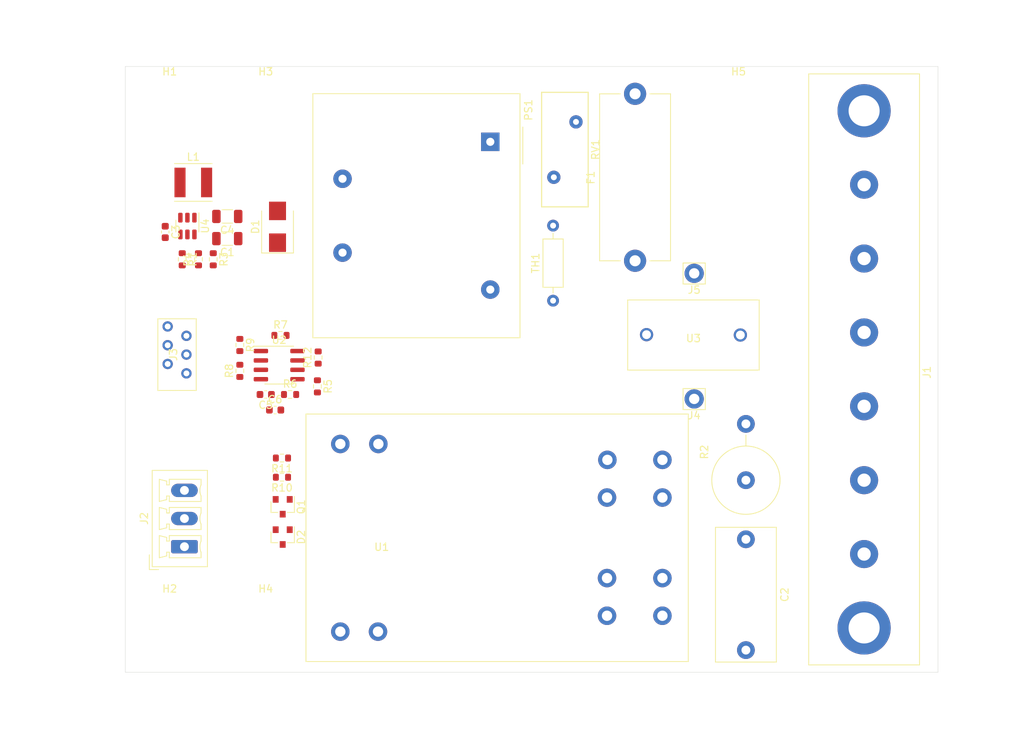
<source format=kicad_pcb>
(kicad_pcb (version 20171130) (host pcbnew "(5.1.6-dirty)")

  (general
    (thickness 1.6)
    (drawings 14)
    (tracks 0)
    (zones 0)
    (modules 40)
    (nets 27)
  )

  (page A4)
  (layers
    (0 F.Cu signal)
    (31 B.Cu signal)
    (32 B.Adhes user)
    (33 F.Adhes user)
    (34 B.Paste user)
    (35 F.Paste user)
    (36 B.SilkS user)
    (37 F.SilkS user)
    (38 B.Mask user)
    (39 F.Mask user)
    (40 Dwgs.User user)
    (41 Cmts.User user)
    (42 Eco1.User user)
    (43 Eco2.User user)
    (44 Edge.Cuts user)
    (45 Margin user)
    (46 B.CrtYd user)
    (47 F.CrtYd user)
    (48 B.Fab user)
    (49 F.Fab user)
  )

  (setup
    (last_trace_width 0.25)
    (trace_clearance 0.2)
    (zone_clearance 0.508)
    (zone_45_only no)
    (trace_min 0.2)
    (via_size 0.8)
    (via_drill 0.4)
    (via_min_size 0.4)
    (via_min_drill 0.3)
    (uvia_size 0.3)
    (uvia_drill 0.1)
    (uvias_allowed no)
    (uvia_min_size 0.2)
    (uvia_min_drill 0.1)
    (edge_width 0.05)
    (segment_width 0.2)
    (pcb_text_width 0.3)
    (pcb_text_size 1.5 1.5)
    (mod_edge_width 0.12)
    (mod_text_size 1 1)
    (mod_text_width 0.15)
    (pad_size 1.524 1.524)
    (pad_drill 0.762)
    (pad_to_mask_clearance 0.05)
    (aux_axis_origin 0 0)
    (visible_elements FFFFFF7F)
    (pcbplotparams
      (layerselection 0x010fc_ffffffff)
      (usegerberextensions false)
      (usegerberattributes true)
      (usegerberadvancedattributes true)
      (creategerberjobfile true)
      (excludeedgelayer true)
      (linewidth 0.100000)
      (plotframeref false)
      (viasonmask false)
      (mode 1)
      (useauxorigin false)
      (hpglpennumber 1)
      (hpglpenspeed 20)
      (hpglpendiameter 15.000000)
      (psnegative false)
      (psa4output false)
      (plotreference true)
      (plotvalue true)
      (plotinvisibletext false)
      (padsonsilk false)
      (subtractmaskfromsilk false)
      (outputformat 1)
      (mirror false)
      (drillshape 1)
      (scaleselection 1)
      (outputdirectory ""))
  )

  (net 0 "")
  (net 1 "Net-(F1-Pad1)")
  (net 2 "Net-(C2-Pad1)")
  (net 3 "Net-(PS1-Pad5)")
  (net 4 GND)
  (net 5 +12V)
  (net 6 /N_MOTOR)
  (net 7 "Net-(C3-Pad2)")
  (net 8 "Net-(C3-Pad1)")
  (net 9 +5V)
  (net 10 "Net-(C5-Pad1)")
  (net 11 "Net-(D2-Pad1)")
  (net 12 /L)
  (net 13 /PE)
  (net 14 /L_MOTOR)
  (net 15 /N)
  (net 16 "Net-(Q1-Pad1)")
  (net 17 "Net-(R1-Pad2)")
  (net 18 "Net-(R1-Pad1)")
  (net 19 "Net-(R5-Pad1)")
  (net 20 "Net-(R8-Pad2)")
  (net 21 /C_SENS)
  (net 22 /P_SENS)
  (net 23 /REL_SW)
  (net 24 "Net-(J4-Pad1)")
  (net 25 "Net-(R12-Pad2)")
  (net 26 "Net-(R12-Pad1)")

  (net_class Default "This is the default net class."
    (clearance 0.2)
    (trace_width 0.25)
    (via_dia 0.8)
    (via_drill 0.4)
    (uvia_dia 0.3)
    (uvia_drill 0.1)
    (add_net +12V)
    (add_net +5V)
    (add_net /C_SENS)
    (add_net /L)
    (add_net /L_MOTOR)
    (add_net /N)
    (add_net /N_MOTOR)
    (add_net /PE)
    (add_net /P_SENS)
    (add_net /REL_SW)
    (add_net GND)
    (add_net "Net-(C2-Pad1)")
    (add_net "Net-(C3-Pad1)")
    (add_net "Net-(C3-Pad2)")
    (add_net "Net-(C5-Pad1)")
    (add_net "Net-(D2-Pad1)")
    (add_net "Net-(D2-Pad2)")
    (add_net "Net-(F1-Pad1)")
    (add_net "Net-(J4-Pad1)")
    (add_net "Net-(PS1-Pad5)")
    (add_net "Net-(Q1-Pad1)")
    (add_net "Net-(R1-Pad1)")
    (add_net "Net-(R1-Pad2)")
    (add_net "Net-(R12-Pad1)")
    (add_net "Net-(R12-Pad2)")
    (add_net "Net-(R5-Pad1)")
    (add_net "Net-(R8-Pad2)")
  )

  (module MountingHole:MountingHole_4.3mm_M4 (layer F.Cu) (tedit 56D1B4CB) (tstamp 60720A4B)
    (at 153 49)
    (descr "Mounting Hole 4.3mm, no annular, M4")
    (tags "mounting hole 4.3mm no annular m4")
    (path /60775338)
    (attr virtual)
    (fp_text reference H5 (at 0 -5.3) (layer F.SilkS)
      (effects (font (size 1 1) (thickness 0.15)))
    )
    (fp_text value MountingHole (at 0 5.3) (layer F.Fab)
      (effects (font (size 1 1) (thickness 0.15)))
    )
    (fp_text user %R (at 0.3 0) (layer F.Fab)
      (effects (font (size 1 1) (thickness 0.15)))
    )
    (fp_circle (center 0 0) (end 4.3 0) (layer Cmts.User) (width 0.15))
    (fp_circle (center 0 0) (end 4.55 0) (layer F.CrtYd) (width 0.05))
    (pad 1 np_thru_hole circle (at 0 0) (size 4.3 4.3) (drill 4.3) (layers *.Cu *.Mask))
  )

  (module MountingHole:MountingHole_4.3mm_M4 (layer F.Cu) (tedit 56D1B4CB) (tstamp 60720A43)
    (at 89 119)
    (descr "Mounting Hole 4.3mm, no annular, M4")
    (tags "mounting hole 4.3mm no annular m4")
    (path /60774F10)
    (attr virtual)
    (fp_text reference H4 (at 0 -5.3) (layer F.SilkS)
      (effects (font (size 1 1) (thickness 0.15)))
    )
    (fp_text value MountingHole (at 0 5.3) (layer F.Fab)
      (effects (font (size 1 1) (thickness 0.15)))
    )
    (fp_text user %R (at 0.3 0) (layer F.Fab)
      (effects (font (size 1 1) (thickness 0.15)))
    )
    (fp_circle (center 0 0) (end 4.3 0) (layer Cmts.User) (width 0.15))
    (fp_circle (center 0 0) (end 4.55 0) (layer F.CrtYd) (width 0.05))
    (pad 1 np_thru_hole circle (at 0 0) (size 4.3 4.3) (drill 4.3) (layers *.Cu *.Mask))
  )

  (module MountingHole:MountingHole_4.3mm_M4 (layer F.Cu) (tedit 56D1B4CB) (tstamp 60720A3B)
    (at 89 49)
    (descr "Mounting Hole 4.3mm, no annular, M4")
    (tags "mounting hole 4.3mm no annular m4")
    (path /60774D19)
    (attr virtual)
    (fp_text reference H3 (at 0 -5.3) (layer F.SilkS)
      (effects (font (size 1 1) (thickness 0.15)))
    )
    (fp_text value MountingHole (at 0 5.3) (layer F.Fab)
      (effects (font (size 1 1) (thickness 0.15)))
    )
    (fp_text user %R (at 0.3 0) (layer F.Fab)
      (effects (font (size 1 1) (thickness 0.15)))
    )
    (fp_circle (center 0 0) (end 4.3 0) (layer Cmts.User) (width 0.15))
    (fp_circle (center 0 0) (end 4.55 0) (layer F.CrtYd) (width 0.05))
    (pad 1 np_thru_hole circle (at 0 0) (size 4.3 4.3) (drill 4.3) (layers *.Cu *.Mask))
  )

  (module Package_SO:SOIC-8_3.9x4.9mm_P1.27mm (layer F.Cu) (tedit 5D9F72B1) (tstamp 6071F556)
    (at 90.825001 83.425001)
    (descr "SOIC, 8 Pin (JEDEC MS-012AA, https://www.analog.com/media/en/package-pcb-resources/package/pkg_pdf/soic_narrow-r/r_8.pdf), generated with kicad-footprint-generator ipc_gullwing_generator.py")
    (tags "SOIC SO")
    (path /607212D6)
    (attr smd)
    (fp_text reference U2 (at 0 -3.4) (layer F.SilkS)
      (effects (font (size 1 1) (thickness 0.15)))
    )
    (fp_text value MCP6L02x-xSN (at 0 3.4) (layer F.Fab)
      (effects (font (size 1 1) (thickness 0.15)))
    )
    (fp_text user %R (at 0 0) (layer F.Fab)
      (effects (font (size 0.98 0.98) (thickness 0.15)))
    )
    (fp_line (start 0 2.56) (end 1.95 2.56) (layer F.SilkS) (width 0.12))
    (fp_line (start 0 2.56) (end -1.95 2.56) (layer F.SilkS) (width 0.12))
    (fp_line (start 0 -2.56) (end 1.95 -2.56) (layer F.SilkS) (width 0.12))
    (fp_line (start 0 -2.56) (end -3.45 -2.56) (layer F.SilkS) (width 0.12))
    (fp_line (start -0.975 -2.45) (end 1.95 -2.45) (layer F.Fab) (width 0.1))
    (fp_line (start 1.95 -2.45) (end 1.95 2.45) (layer F.Fab) (width 0.1))
    (fp_line (start 1.95 2.45) (end -1.95 2.45) (layer F.Fab) (width 0.1))
    (fp_line (start -1.95 2.45) (end -1.95 -1.475) (layer F.Fab) (width 0.1))
    (fp_line (start -1.95 -1.475) (end -0.975 -2.45) (layer F.Fab) (width 0.1))
    (fp_line (start -3.7 -2.7) (end -3.7 2.7) (layer F.CrtYd) (width 0.05))
    (fp_line (start -3.7 2.7) (end 3.7 2.7) (layer F.CrtYd) (width 0.05))
    (fp_line (start 3.7 2.7) (end 3.7 -2.7) (layer F.CrtYd) (width 0.05))
    (fp_line (start 3.7 -2.7) (end -3.7 -2.7) (layer F.CrtYd) (width 0.05))
    (pad 8 smd roundrect (at 2.475 -1.905) (size 1.95 0.6) (layers F.Cu F.Paste F.Mask) (roundrect_rratio 0.25)
      (net 9 +5V))
    (pad 7 smd roundrect (at 2.475 -0.635) (size 1.95 0.6) (layers F.Cu F.Paste F.Mask) (roundrect_rratio 0.25)
      (net 26 "Net-(R12-Pad1)"))
    (pad 6 smd roundrect (at 2.475 0.635) (size 1.95 0.6) (layers F.Cu F.Paste F.Mask) (roundrect_rratio 0.25)
      (net 26 "Net-(R12-Pad1)"))
    (pad 5 smd roundrect (at 2.475 1.905) (size 1.95 0.6) (layers F.Cu F.Paste F.Mask) (roundrect_rratio 0.25)
      (net 19 "Net-(R5-Pad1)"))
    (pad 4 smd roundrect (at -2.475 1.905) (size 1.95 0.6) (layers F.Cu F.Paste F.Mask) (roundrect_rratio 0.25)
      (net 4 GND))
    (pad 3 smd roundrect (at -2.475 0.635) (size 1.95 0.6) (layers F.Cu F.Paste F.Mask) (roundrect_rratio 0.25)
      (net 10 "Net-(C5-Pad1)"))
    (pad 2 smd roundrect (at -2.475 -0.635) (size 1.95 0.6) (layers F.Cu F.Paste F.Mask) (roundrect_rratio 0.25)
      (net 20 "Net-(R8-Pad2)"))
    (pad 1 smd roundrect (at -2.475 -1.905) (size 1.95 0.6) (layers F.Cu F.Paste F.Mask) (roundrect_rratio 0.25)
      (net 21 /C_SENS))
    (model ${KISYS3DMOD}/Package_SO.3dshapes/SOIC-8_3.9x4.9mm_P1.27mm.wrl
      (at (xyz 0 0 0))
      (scale (xyz 1 1 1))
      (rotate (xyz 0 0 0))
    )
  )

  (module Resistor_SMD:R_0603_1608Metric (layer F.Cu) (tedit 5F68FEEE) (tstamp 6071F4C4)
    (at 96.1 82.4 90)
    (descr "Resistor SMD 0603 (1608 Metric), square (rectangular) end terminal, IPC_7351 nominal, (Body size source: IPC-SM-782 page 72, https://www.pcb-3d.com/wordpress/wp-content/uploads/ipc-sm-782a_amendment_1_and_2.pdf), generated with kicad-footprint-generator")
    (tags resistor)
    (path /6074D1C1)
    (attr smd)
    (fp_text reference R12 (at 0 -1.43 90) (layer F.SilkS)
      (effects (font (size 1 1) (thickness 0.15)))
    )
    (fp_text value tbd (at 0 1.43 90) (layer F.Fab)
      (effects (font (size 1 1) (thickness 0.15)))
    )
    (fp_text user %R (at 0 0 90) (layer F.Fab)
      (effects (font (size 0.4 0.4) (thickness 0.06)))
    )
    (fp_line (start -0.8 0.4125) (end -0.8 -0.4125) (layer F.Fab) (width 0.1))
    (fp_line (start -0.8 -0.4125) (end 0.8 -0.4125) (layer F.Fab) (width 0.1))
    (fp_line (start 0.8 -0.4125) (end 0.8 0.4125) (layer F.Fab) (width 0.1))
    (fp_line (start 0.8 0.4125) (end -0.8 0.4125) (layer F.Fab) (width 0.1))
    (fp_line (start -0.237258 -0.5225) (end 0.237258 -0.5225) (layer F.SilkS) (width 0.12))
    (fp_line (start -0.237258 0.5225) (end 0.237258 0.5225) (layer F.SilkS) (width 0.12))
    (fp_line (start -1.48 0.73) (end -1.48 -0.73) (layer F.CrtYd) (width 0.05))
    (fp_line (start -1.48 -0.73) (end 1.48 -0.73) (layer F.CrtYd) (width 0.05))
    (fp_line (start 1.48 -0.73) (end 1.48 0.73) (layer F.CrtYd) (width 0.05))
    (fp_line (start 1.48 0.73) (end -1.48 0.73) (layer F.CrtYd) (width 0.05))
    (pad 2 smd roundrect (at 0.825 0 90) (size 0.8 0.95) (layers F.Cu F.Paste F.Mask) (roundrect_rratio 0.25)
      (net 25 "Net-(R12-Pad2)"))
    (pad 1 smd roundrect (at -0.825 0 90) (size 0.8 0.95) (layers F.Cu F.Paste F.Mask) (roundrect_rratio 0.25)
      (net 26 "Net-(R12-Pad1)"))
    (model ${KISYS3DMOD}/Resistor_SMD.3dshapes/R_0603_1608Metric.wrl
      (at (xyz 0 0 0))
      (scale (xyz 1 1 1))
      (rotate (xyz 0 0 0))
    )
  )

  (module Connector_Pin:Pin_D1.4mm_L8.5mm_W2.8mm_FlatFork (layer F.Cu) (tedit 5C89BF14) (tstamp 60714234)
    (at 147 71)
    (descr "solder Pin_ with flat with fork, hole diameter 1.4mm, length 8.5mm, width 2.8mm, e.g. Ettinger 13.13.890, https://katalog.ettinger.de/#p=434")
    (tags "solder Pin_ with flat fork")
    (path /60725D01)
    (fp_text reference J5 (at 0 2.25) (layer F.SilkS)
      (effects (font (size 1 1) (thickness 0.15)))
    )
    (fp_text value Conn_01x01 (at 0 -2.05) (layer F.Fab)
      (effects (font (size 1 1) (thickness 0.15)))
    )
    (fp_line (start 1.9 1.8) (end -1.9 1.8) (layer F.CrtYd) (width 0.05))
    (fp_line (start 1.9 1.8) (end 1.9 -1.8) (layer F.CrtYd) (width 0.05))
    (fp_line (start -1.9 -1.8) (end -1.9 1.8) (layer F.CrtYd) (width 0.05))
    (fp_line (start -1.9 -1.8) (end 1.9 -1.8) (layer F.CrtYd) (width 0.05))
    (fp_line (start -1.4 0.25) (end -1.4 -0.25) (layer F.Fab) (width 0.1))
    (fp_line (start 1.4 -0.25) (end 1.4 0.25) (layer F.Fab) (width 0.1))
    (fp_line (start -1.5 1.45) (end 1.5 1.45) (layer F.SilkS) (width 0.12))
    (fp_line (start -1.5 -1.4) (end -1.5 1.45) (layer F.SilkS) (width 0.12))
    (fp_line (start 1.5 -1.4) (end 1.5 1.45) (layer F.SilkS) (width 0.12))
    (fp_line (start -1.5 -1.4) (end 1.5 -1.4) (layer F.SilkS) (width 0.12))
    (fp_line (start -1.4 -0.25) (end 1.4 -0.25) (layer F.Fab) (width 0.1))
    (fp_line (start 1.4 0.25) (end -1.4 0.25) (layer F.Fab) (width 0.1))
    (fp_text user %R (at 0 2.25) (layer F.Fab)
      (effects (font (size 1 1) (thickness 0.15)))
    )
    (pad 1 thru_hole circle (at 0 0) (size 2.6 2.6) (drill 1.4) (layers *.Cu *.Mask)
      (net 12 /L))
    (model ${KISYS3DMOD}/Connector_Pin.3dshapes/Pin_D1.4mm_L8.5mm_W2.8mm_FlatFork.wrl
      (at (xyz 0 0 0))
      (scale (xyz 1 1 1))
      (rotate (xyz 0 0 0))
    )
  )

  (module Connector_Pin:Pin_D1.4mm_L8.5mm_W2.8mm_FlatFork (layer F.Cu) (tedit 5C89BF14) (tstamp 60714267)
    (at 147 88)
    (descr "solder Pin_ with flat with fork, hole diameter 1.4mm, length 8.5mm, width 2.8mm, e.g. Ettinger 13.13.890, https://katalog.ettinger.de/#p=434")
    (tags "solder Pin_ with flat fork")
    (path /60722979)
    (fp_text reference J4 (at 0 2.25) (layer F.SilkS)
      (effects (font (size 1 1) (thickness 0.15)))
    )
    (fp_text value Conn_01x01 (at 0 -2.05) (layer F.Fab)
      (effects (font (size 1 1) (thickness 0.15)))
    )
    (fp_line (start 1.9 1.8) (end -1.9 1.8) (layer F.CrtYd) (width 0.05))
    (fp_line (start 1.9 1.8) (end 1.9 -1.8) (layer F.CrtYd) (width 0.05))
    (fp_line (start -1.9 -1.8) (end -1.9 1.8) (layer F.CrtYd) (width 0.05))
    (fp_line (start -1.9 -1.8) (end 1.9 -1.8) (layer F.CrtYd) (width 0.05))
    (fp_line (start -1.4 0.25) (end -1.4 -0.25) (layer F.Fab) (width 0.1))
    (fp_line (start 1.4 -0.25) (end 1.4 0.25) (layer F.Fab) (width 0.1))
    (fp_line (start -1.5 1.45) (end 1.5 1.45) (layer F.SilkS) (width 0.12))
    (fp_line (start -1.5 -1.4) (end -1.5 1.45) (layer F.SilkS) (width 0.12))
    (fp_line (start 1.5 -1.4) (end 1.5 1.45) (layer F.SilkS) (width 0.12))
    (fp_line (start -1.5 -1.4) (end 1.5 -1.4) (layer F.SilkS) (width 0.12))
    (fp_line (start -1.4 -0.25) (end 1.4 -0.25) (layer F.Fab) (width 0.1))
    (fp_line (start 1.4 0.25) (end -1.4 0.25) (layer F.Fab) (width 0.1))
    (fp_text user %R (at 0 2.25) (layer F.Fab)
      (effects (font (size 1 1) (thickness 0.15)))
    )
    (pad 1 thru_hole circle (at 0 0) (size 2.6 2.6) (drill 1.4) (layers *.Cu *.Mask)
      (net 24 "Net-(J4-Pad1)"))
    (model ${KISYS3DMOD}/Connector_Pin.3dshapes/Pin_D1.4mm_L8.5mm_W2.8mm_FlatFork.wrl
      (at (xyz 0 0 0))
      (scale (xyz 1 1 1))
      (rotate (xyz 0 0 0))
    )
  )

  (module baseBoard:2178710-6 (layer F.Cu) (tedit 607095EB) (tstamp 607145E2)
    (at 77 82 270)
    (path /606FF854)
    (fp_text reference J3 (at 0 0.5 90) (layer F.SilkS)
      (effects (font (size 1 1) (thickness 0.15)))
    )
    (fp_text value Conn_01x06 (at 0 -0.5 90) (layer F.Fab)
      (effects (font (size 1 1) (thickness 0.15)))
    )
    (fp_line (start -4.85 -2.6) (end -4.85 2.6) (layer F.SilkS) (width 0.12))
    (fp_line (start -4.85 2.6) (end 4.85 2.6) (layer F.SilkS) (width 0.12))
    (fp_line (start 4.85 2.6) (end 4.85 -2.6) (layer F.SilkS) (width 0.12))
    (fp_line (start 4.85 -2.6) (end -4.85 -2.6) (layer F.SilkS) (width 0.12))
    (pad 1 thru_hole circle (at -3.81 1.27 270) (size 1.4 1.4) (drill 0.8) (layers *.Cu *.Mask)
      (net 5 +12V))
    (pad 2 thru_hole circle (at -2.54 -1.27 270) (size 1.4 1.4) (drill 0.8) (layers *.Cu *.Mask)
      (net 9 +5V))
    (pad 3 thru_hole circle (at -1.27 1.27 270) (size 1.4 1.4) (drill 0.8) (layers *.Cu *.Mask)
      (net 22 /P_SENS))
    (pad 4 thru_hole circle (at 0 -1.27 270) (size 1.4 1.4) (drill 0.8) (layers *.Cu *.Mask)
      (net 21 /C_SENS))
    (pad 5 thru_hole circle (at 1.27 1.27 270) (size 1.4 1.4) (drill 0.8) (layers *.Cu *.Mask)
      (net 23 /REL_SW))
    (pad 6 thru_hole circle (at 2.54 -1.27 270) (size 1.4 1.4) (drill 0.8) (layers *.Cu *.Mask)
      (net 4 GND))
    (pad "" np_thru_hole circle (at 3.94 0.53 270) (size 1.5 1.5) (drill 1.5) (layers *.Cu *.Mask))
  )

  (module Connector_Phoenix_MC:PhoenixContact_MCV_1,5_3-G-3.81_1x03_P3.81mm_Vertical (layer F.Cu) (tedit 5B784ED1) (tstamp 6071433C)
    (at 78 108 90)
    (descr "Generic Phoenix Contact connector footprint for: MCV_1,5/3-G-3.81; number of pins: 03; pin pitch: 3.81mm; Vertical || order number: 1803439 8A 160V")
    (tags "phoenix_contact connector MCV_01x03_G_3.81mm")
    (path /60702A4A)
    (fp_text reference J2 (at 3.81 -5.45 90) (layer F.SilkS)
      (effects (font (size 1 1) (thickness 0.15)))
    )
    (fp_text value Conn_01x03 (at 3.81 4.2 90) (layer F.Fab)
      (effects (font (size 1 1) (thickness 0.15)))
    )
    (fp_line (start -3.1 -4.75) (end -1.1 -4.75) (layer F.Fab) (width 0.1))
    (fp_line (start -3.1 -3.5) (end -3.1 -4.75) (layer F.Fab) (width 0.1))
    (fp_line (start -3.1 -4.75) (end -1.1 -4.75) (layer F.SilkS) (width 0.12))
    (fp_line (start -3.1 -3.5) (end -3.1 -4.75) (layer F.SilkS) (width 0.12))
    (fp_line (start 10.72 -4.75) (end -3.1 -4.75) (layer F.CrtYd) (width 0.05))
    (fp_line (start 10.72 3.5) (end 10.72 -4.75) (layer F.CrtYd) (width 0.05))
    (fp_line (start -3.1 3.5) (end 10.72 3.5) (layer F.CrtYd) (width 0.05))
    (fp_line (start -3.1 -4.75) (end -3.1 3.5) (layer F.CrtYd) (width 0.05))
    (fp_line (start 9.12 2.25) (end 8.37 2.25) (layer F.SilkS) (width 0.12))
    (fp_line (start 9.12 -2.05) (end 9.12 2.25) (layer F.SilkS) (width 0.12))
    (fp_line (start 8.37 -2.05) (end 9.12 -2.05) (layer F.SilkS) (width 0.12))
    (fp_line (start 8.37 -2.4) (end 8.37 -2.05) (layer F.SilkS) (width 0.12))
    (fp_line (start 8.87 -2.4) (end 8.37 -2.4) (layer F.SilkS) (width 0.12))
    (fp_line (start 9.12 -3.4) (end 8.87 -2.4) (layer F.SilkS) (width 0.12))
    (fp_line (start 6.12 -3.4) (end 9.12 -3.4) (layer F.SilkS) (width 0.12))
    (fp_line (start 6.37 -2.4) (end 6.12 -3.4) (layer F.SilkS) (width 0.12))
    (fp_line (start 6.87 -2.4) (end 6.37 -2.4) (layer F.SilkS) (width 0.12))
    (fp_line (start 6.87 -2.05) (end 6.87 -2.4) (layer F.SilkS) (width 0.12))
    (fp_line (start 6.12 -2.05) (end 6.87 -2.05) (layer F.SilkS) (width 0.12))
    (fp_line (start 6.12 2.25) (end 6.12 -2.05) (layer F.SilkS) (width 0.12))
    (fp_line (start 6.87 2.25) (end 6.12 2.25) (layer F.SilkS) (width 0.12))
    (fp_line (start 5.31 2.25) (end 4.56 2.25) (layer F.SilkS) (width 0.12))
    (fp_line (start 5.31 -2.05) (end 5.31 2.25) (layer F.SilkS) (width 0.12))
    (fp_line (start 4.56 -2.05) (end 5.31 -2.05) (layer F.SilkS) (width 0.12))
    (fp_line (start 4.56 -2.4) (end 4.56 -2.05) (layer F.SilkS) (width 0.12))
    (fp_line (start 5.06 -2.4) (end 4.56 -2.4) (layer F.SilkS) (width 0.12))
    (fp_line (start 5.31 -3.4) (end 5.06 -2.4) (layer F.SilkS) (width 0.12))
    (fp_line (start 2.31 -3.4) (end 5.31 -3.4) (layer F.SilkS) (width 0.12))
    (fp_line (start 2.56 -2.4) (end 2.31 -3.4) (layer F.SilkS) (width 0.12))
    (fp_line (start 3.06 -2.4) (end 2.56 -2.4) (layer F.SilkS) (width 0.12))
    (fp_line (start 3.06 -2.05) (end 3.06 -2.4) (layer F.SilkS) (width 0.12))
    (fp_line (start 2.31 -2.05) (end 3.06 -2.05) (layer F.SilkS) (width 0.12))
    (fp_line (start 2.31 2.25) (end 2.31 -2.05) (layer F.SilkS) (width 0.12))
    (fp_line (start 3.06 2.25) (end 2.31 2.25) (layer F.SilkS) (width 0.12))
    (fp_line (start 1.5 2.25) (end 0.75 2.25) (layer F.SilkS) (width 0.12))
    (fp_line (start 1.5 -2.05) (end 1.5 2.25) (layer F.SilkS) (width 0.12))
    (fp_line (start 0.75 -2.05) (end 1.5 -2.05) (layer F.SilkS) (width 0.12))
    (fp_line (start 0.75 -2.4) (end 0.75 -2.05) (layer F.SilkS) (width 0.12))
    (fp_line (start 1.25 -2.4) (end 0.75 -2.4) (layer F.SilkS) (width 0.12))
    (fp_line (start 1.5 -3.4) (end 1.25 -2.4) (layer F.SilkS) (width 0.12))
    (fp_line (start -1.5 -3.4) (end 1.5 -3.4) (layer F.SilkS) (width 0.12))
    (fp_line (start -1.25 -2.4) (end -1.5 -3.4) (layer F.SilkS) (width 0.12))
    (fp_line (start -0.75 -2.4) (end -1.25 -2.4) (layer F.SilkS) (width 0.12))
    (fp_line (start -0.75 -2.05) (end -0.75 -2.4) (layer F.SilkS) (width 0.12))
    (fp_line (start -1.5 -2.05) (end -0.75 -2.05) (layer F.SilkS) (width 0.12))
    (fp_line (start -1.5 2.25) (end -1.5 -2.05) (layer F.SilkS) (width 0.12))
    (fp_line (start -0.75 2.25) (end -1.5 2.25) (layer F.SilkS) (width 0.12))
    (fp_line (start 10.22 -4.25) (end -2.6 -4.25) (layer F.Fab) (width 0.1))
    (fp_line (start 10.22 3) (end 10.22 -4.25) (layer F.Fab) (width 0.1))
    (fp_line (start -2.6 3) (end 10.22 3) (layer F.Fab) (width 0.1))
    (fp_line (start -2.6 -4.25) (end -2.6 3) (layer F.Fab) (width 0.1))
    (fp_line (start 10.33 -4.36) (end -2.71 -4.36) (layer F.SilkS) (width 0.12))
    (fp_line (start 10.33 3.11) (end 10.33 -4.36) (layer F.SilkS) (width 0.12))
    (fp_line (start -2.71 3.11) (end 10.33 3.11) (layer F.SilkS) (width 0.12))
    (fp_line (start -2.71 -4.36) (end -2.71 3.11) (layer F.SilkS) (width 0.12))
    (fp_text user %R (at 3.81 -3.55 90) (layer F.Fab)
      (effects (font (size 1 1) (thickness 0.15)))
    )
    (fp_arc (start 7.62 3.95) (end 6.87 2.25) (angle 47.6) (layer F.SilkS) (width 0.12))
    (fp_arc (start 3.81 3.95) (end 3.06 2.25) (angle 47.6) (layer F.SilkS) (width 0.12))
    (fp_arc (start 0 3.95) (end -0.75 2.25) (angle 47.6) (layer F.SilkS) (width 0.12))
    (pad 3 thru_hole oval (at 7.62 0 90) (size 1.8 3.6) (drill 1.2) (layers *.Cu *.Mask)
      (net 4 GND))
    (pad 2 thru_hole oval (at 3.81 0 90) (size 1.8 3.6) (drill 1.2) (layers *.Cu *.Mask)
      (net 22 /P_SENS))
    (pad 1 thru_hole roundrect (at 0 0 90) (size 1.8 3.6) (drill 1.2) (layers *.Cu *.Mask) (roundrect_rratio 0.138889)
      (net 9 +5V))
    (model ${KISYS3DMOD}/Connector_Phoenix_MC.3dshapes/PhoenixContact_MCV_1,5_3-G-3.81_1x03_P3.81mm_Vertical.wrl
      (at (xyz 0 0 0))
      (scale (xyz 1 1 1))
      (rotate (xyz 0 0 0))
    )
  )

  (module MountingHole:MountingHole_4.3mm_M4 (layer F.Cu) (tedit 56D1B4CB) (tstamp 60714899)
    (at 76 119)
    (descr "Mounting Hole 4.3mm, no annular, M4")
    (tags "mounting hole 4.3mm no annular m4")
    (path /6079AB13)
    (attr virtual)
    (fp_text reference H2 (at 0 -5.3) (layer F.SilkS)
      (effects (font (size 1 1) (thickness 0.15)))
    )
    (fp_text value MountingHole (at 0 5.3) (layer F.Fab)
      (effects (font (size 1 1) (thickness 0.15)))
    )
    (fp_circle (center 0 0) (end 4.3 0) (layer Cmts.User) (width 0.15))
    (fp_circle (center 0 0) (end 4.55 0) (layer F.CrtYd) (width 0.05))
    (fp_text user %R (at 0.3 0) (layer F.Fab)
      (effects (font (size 1 1) (thickness 0.15)))
    )
    (pad 1 np_thru_hole circle (at 0 0) (size 4.3 4.3) (drill 4.3) (layers *.Cu *.Mask))
  )

  (module MountingHole:MountingHole_4.3mm_M4 (layer F.Cu) (tedit 56D1B4CB) (tstamp 607201CB)
    (at 76 49)
    (descr "Mounting Hole 4.3mm, no annular, M4")
    (tags "mounting hole 4.3mm no annular m4")
    (path /6079A158)
    (attr virtual)
    (fp_text reference H1 (at 0 -5.3) (layer F.SilkS)
      (effects (font (size 1 1) (thickness 0.15)))
    )
    (fp_text value MountingHole (at 0 5.3) (layer F.Fab)
      (effects (font (size 1 1) (thickness 0.15)))
    )
    (fp_circle (center 0 0) (end 4.3 0) (layer Cmts.User) (width 0.15))
    (fp_circle (center 0 0) (end 4.55 0) (layer F.CrtYd) (width 0.05))
    (fp_text user %R (at 0.3 0) (layer F.Fab)
      (effects (font (size 1 1) (thickness 0.15)))
    )
    (pad 1 np_thru_hole circle (at 0 0) (size 4.3 4.3) (drill 4.3) (layers *.Cu *.Mask))
  )

  (module Package_TO_SOT_SMD:TSOT-23-6 (layer F.Cu) (tedit 5F6F97DB) (tstamp 60714615)
    (at 78.4 64.6 270)
    (descr "TSOT, 6 Pin (https://www.jedec.org/sites/default/files/docs/MO-193D.pdf variant AA), generated with kicad-footprint-generator ipc_gullwing_generator.py")
    (tags "TSOT TO_SOT_SMD")
    (path /606F5343)
    (attr smd)
    (fp_text reference U4 (at 0 -2.4 90) (layer F.SilkS)
      (effects (font (size 1 1) (thickness 0.15)))
    )
    (fp_text value AP65111AWU (at 0 2.4 90) (layer F.Fab)
      (effects (font (size 1 1) (thickness 0.15)))
    )
    (fp_line (start 2.05 -1.7) (end -2.05 -1.7) (layer F.CrtYd) (width 0.05))
    (fp_line (start 2.05 1.7) (end 2.05 -1.7) (layer F.CrtYd) (width 0.05))
    (fp_line (start -2.05 1.7) (end 2.05 1.7) (layer F.CrtYd) (width 0.05))
    (fp_line (start -2.05 -1.7) (end -2.05 1.7) (layer F.CrtYd) (width 0.05))
    (fp_line (start -0.8 -1.05) (end -0.4 -1.45) (layer F.Fab) (width 0.1))
    (fp_line (start -0.8 1.45) (end -0.8 -1.05) (layer F.Fab) (width 0.1))
    (fp_line (start 0.8 1.45) (end -0.8 1.45) (layer F.Fab) (width 0.1))
    (fp_line (start 0.8 -1.45) (end 0.8 1.45) (layer F.Fab) (width 0.1))
    (fp_line (start -0.4 -1.45) (end 0.8 -1.45) (layer F.Fab) (width 0.1))
    (fp_line (start 0 -1.56) (end -1.8 -1.56) (layer F.SilkS) (width 0.12))
    (fp_line (start 0 -1.56) (end 0.8 -1.56) (layer F.SilkS) (width 0.12))
    (fp_line (start 0 1.56) (end -0.8 1.56) (layer F.SilkS) (width 0.12))
    (fp_line (start 0 1.56) (end 0.8 1.56) (layer F.SilkS) (width 0.12))
    (fp_text user %R (at 0 0 90) (layer F.Fab)
      (effects (font (size 0.4 0.4) (thickness 0.06)))
    )
    (pad 6 smd roundrect (at 1.1375 -0.95 270) (size 1.325 0.6) (layers F.Cu F.Paste F.Mask) (roundrect_rratio 0.25)
      (net 18 "Net-(R1-Pad1)"))
    (pad 5 smd roundrect (at 1.1375 0 270) (size 1.325 0.6) (layers F.Cu F.Paste F.Mask) (roundrect_rratio 0.25)
      (net 5 +12V))
    (pad 4 smd roundrect (at 1.1375 0.95 270) (size 1.325 0.6) (layers F.Cu F.Paste F.Mask) (roundrect_rratio 0.25)
      (net 7 "Net-(C3-Pad2)"))
    (pad 3 smd roundrect (at -1.1375 0.95 270) (size 1.325 0.6) (layers F.Cu F.Paste F.Mask) (roundrect_rratio 0.25)
      (net 8 "Net-(C3-Pad1)"))
    (pad 2 smd roundrect (at -1.1375 0 270) (size 1.325 0.6) (layers F.Cu F.Paste F.Mask) (roundrect_rratio 0.25)
      (net 4 GND))
    (pad 1 smd roundrect (at -1.1375 -0.95 270) (size 1.325 0.6) (layers F.Cu F.Paste F.Mask) (roundrect_rratio 0.25)
      (net 5 +12V))
    (model ${KISYS3DMOD}/Package_TO_SOT_SMD.3dshapes/TSOT-23-6.wrl
      (at (xyz 0 0 0))
      (scale (xyz 1 1 1))
      (rotate (xyz 0 0 0))
    )
  )

  (module Resistor_SMD:R_0603_1608Metric (layer F.Cu) (tedit 5F68FEEE) (tstamp 6071499B)
    (at 91.2 96 180)
    (descr "Resistor SMD 0603 (1608 Metric), square (rectangular) end terminal, IPC_7351 nominal, (Body size source: IPC-SM-782 page 72, https://www.pcb-3d.com/wordpress/wp-content/uploads/ipc-sm-782a_amendment_1_and_2.pdf), generated with kicad-footprint-generator")
    (tags resistor)
    (path /6070A4C9)
    (attr smd)
    (fp_text reference R11 (at 0 -1.43) (layer F.SilkS)
      (effects (font (size 1 1) (thickness 0.15)))
    )
    (fp_text value 470 (at 0 1.43) (layer F.Fab)
      (effects (font (size 1 1) (thickness 0.15)))
    )
    (fp_line (start 1.48 0.73) (end -1.48 0.73) (layer F.CrtYd) (width 0.05))
    (fp_line (start 1.48 -0.73) (end 1.48 0.73) (layer F.CrtYd) (width 0.05))
    (fp_line (start -1.48 -0.73) (end 1.48 -0.73) (layer F.CrtYd) (width 0.05))
    (fp_line (start -1.48 0.73) (end -1.48 -0.73) (layer F.CrtYd) (width 0.05))
    (fp_line (start -0.237258 0.5225) (end 0.237258 0.5225) (layer F.SilkS) (width 0.12))
    (fp_line (start -0.237258 -0.5225) (end 0.237258 -0.5225) (layer F.SilkS) (width 0.12))
    (fp_line (start 0.8 0.4125) (end -0.8 0.4125) (layer F.Fab) (width 0.1))
    (fp_line (start 0.8 -0.4125) (end 0.8 0.4125) (layer F.Fab) (width 0.1))
    (fp_line (start -0.8 -0.4125) (end 0.8 -0.4125) (layer F.Fab) (width 0.1))
    (fp_line (start -0.8 0.4125) (end -0.8 -0.4125) (layer F.Fab) (width 0.1))
    (fp_text user %R (at 0 0) (layer F.Fab)
      (effects (font (size 0.4 0.4) (thickness 0.06)))
    )
    (pad 2 smd roundrect (at 0.825 0 180) (size 0.8 0.95) (layers F.Cu F.Paste F.Mask) (roundrect_rratio 0.25)
      (net 23 /REL_SW))
    (pad 1 smd roundrect (at -0.825 0 180) (size 0.8 0.95) (layers F.Cu F.Paste F.Mask) (roundrect_rratio 0.25)
      (net 16 "Net-(Q1-Pad1)"))
    (model ${KISYS3DMOD}/Resistor_SMD.3dshapes/R_0603_1608Metric.wrl
      (at (xyz 0 0 0))
      (scale (xyz 1 1 1))
      (rotate (xyz 0 0 0))
    )
  )

  (module Resistor_SMD:R_0603_1608Metric (layer F.Cu) (tedit 5F68FEEE) (tstamp 6071448B)
    (at 91.2 98.6 180)
    (descr "Resistor SMD 0603 (1608 Metric), square (rectangular) end terminal, IPC_7351 nominal, (Body size source: IPC-SM-782 page 72, https://www.pcb-3d.com/wordpress/wp-content/uploads/ipc-sm-782a_amendment_1_and_2.pdf), generated with kicad-footprint-generator")
    (tags resistor)
    (path /6070AF67)
    (attr smd)
    (fp_text reference R10 (at 0 -1.43) (layer F.SilkS)
      (effects (font (size 1 1) (thickness 0.15)))
    )
    (fp_text value 1k (at 0 1.43) (layer F.Fab)
      (effects (font (size 1 1) (thickness 0.15)))
    )
    (fp_line (start 1.48 0.73) (end -1.48 0.73) (layer F.CrtYd) (width 0.05))
    (fp_line (start 1.48 -0.73) (end 1.48 0.73) (layer F.CrtYd) (width 0.05))
    (fp_line (start -1.48 -0.73) (end 1.48 -0.73) (layer F.CrtYd) (width 0.05))
    (fp_line (start -1.48 0.73) (end -1.48 -0.73) (layer F.CrtYd) (width 0.05))
    (fp_line (start -0.237258 0.5225) (end 0.237258 0.5225) (layer F.SilkS) (width 0.12))
    (fp_line (start -0.237258 -0.5225) (end 0.237258 -0.5225) (layer F.SilkS) (width 0.12))
    (fp_line (start 0.8 0.4125) (end -0.8 0.4125) (layer F.Fab) (width 0.1))
    (fp_line (start 0.8 -0.4125) (end 0.8 0.4125) (layer F.Fab) (width 0.1))
    (fp_line (start -0.8 -0.4125) (end 0.8 -0.4125) (layer F.Fab) (width 0.1))
    (fp_line (start -0.8 0.4125) (end -0.8 -0.4125) (layer F.Fab) (width 0.1))
    (fp_text user %R (at 0 0) (layer F.Fab)
      (effects (font (size 0.4 0.4) (thickness 0.06)))
    )
    (pad 2 smd roundrect (at 0.825 0 180) (size 0.8 0.95) (layers F.Cu F.Paste F.Mask) (roundrect_rratio 0.25)
      (net 4 GND))
    (pad 1 smd roundrect (at -0.825 0 180) (size 0.8 0.95) (layers F.Cu F.Paste F.Mask) (roundrect_rratio 0.25)
      (net 16 "Net-(Q1-Pad1)"))
    (model ${KISYS3DMOD}/Resistor_SMD.3dshapes/R_0603_1608Metric.wrl
      (at (xyz 0 0 0))
      (scale (xyz 1 1 1))
      (rotate (xyz 0 0 0))
    )
  )

  (module Resistor_SMD:R_0603_1608Metric (layer F.Cu) (tedit 5F68FEEE) (tstamp 607145A8)
    (at 85.5 80.7 270)
    (descr "Resistor SMD 0603 (1608 Metric), square (rectangular) end terminal, IPC_7351 nominal, (Body size source: IPC-SM-782 page 72, https://www.pcb-3d.com/wordpress/wp-content/uploads/ipc-sm-782a_amendment_1_and_2.pdf), generated with kicad-footprint-generator")
    (tags resistor)
    (path /60730E45)
    (attr smd)
    (fp_text reference R9 (at 0 -1.43 90) (layer F.SilkS)
      (effects (font (size 1 1) (thickness 0.15)))
    )
    (fp_text value 0 (at 0 1.43 90) (layer F.Fab)
      (effects (font (size 1 1) (thickness 0.15)))
    )
    (fp_line (start 1.48 0.73) (end -1.48 0.73) (layer F.CrtYd) (width 0.05))
    (fp_line (start 1.48 -0.73) (end 1.48 0.73) (layer F.CrtYd) (width 0.05))
    (fp_line (start -1.48 -0.73) (end 1.48 -0.73) (layer F.CrtYd) (width 0.05))
    (fp_line (start -1.48 0.73) (end -1.48 -0.73) (layer F.CrtYd) (width 0.05))
    (fp_line (start -0.237258 0.5225) (end 0.237258 0.5225) (layer F.SilkS) (width 0.12))
    (fp_line (start -0.237258 -0.5225) (end 0.237258 -0.5225) (layer F.SilkS) (width 0.12))
    (fp_line (start 0.8 0.4125) (end -0.8 0.4125) (layer F.Fab) (width 0.1))
    (fp_line (start 0.8 -0.4125) (end 0.8 0.4125) (layer F.Fab) (width 0.1))
    (fp_line (start -0.8 -0.4125) (end 0.8 -0.4125) (layer F.Fab) (width 0.1))
    (fp_line (start -0.8 0.4125) (end -0.8 -0.4125) (layer F.Fab) (width 0.1))
    (fp_text user %R (at 0 0 90) (layer F.Fab)
      (effects (font (size 0.4 0.4) (thickness 0.06)))
    )
    (pad 2 smd roundrect (at 0.825 0 270) (size 0.8 0.95) (layers F.Cu F.Paste F.Mask) (roundrect_rratio 0.25)
      (net 20 "Net-(R8-Pad2)"))
    (pad 1 smd roundrect (at -0.825 0 270) (size 0.8 0.95) (layers F.Cu F.Paste F.Mask) (roundrect_rratio 0.25)
      (net 21 /C_SENS))
    (model ${KISYS3DMOD}/Resistor_SMD.3dshapes/R_0603_1608Metric.wrl
      (at (xyz 0 0 0))
      (scale (xyz 1 1 1))
      (rotate (xyz 0 0 0))
    )
  )

  (module Resistor_SMD:R_0603_1608Metric (layer F.Cu) (tedit 5F68FEEE) (tstamp 6071469E)
    (at 85.5 84.2 90)
    (descr "Resistor SMD 0603 (1608 Metric), square (rectangular) end terminal, IPC_7351 nominal, (Body size source: IPC-SM-782 page 72, https://www.pcb-3d.com/wordpress/wp-content/uploads/ipc-sm-782a_amendment_1_and_2.pdf), generated with kicad-footprint-generator")
    (tags resistor)
    (path /60731452)
    (attr smd)
    (fp_text reference R8 (at 0 -1.43 90) (layer F.SilkS)
      (effects (font (size 1 1) (thickness 0.15)))
    )
    (fp_text value dnp (at 0 1.43 90) (layer F.Fab)
      (effects (font (size 1 1) (thickness 0.15)))
    )
    (fp_line (start 1.48 0.73) (end -1.48 0.73) (layer F.CrtYd) (width 0.05))
    (fp_line (start 1.48 -0.73) (end 1.48 0.73) (layer F.CrtYd) (width 0.05))
    (fp_line (start -1.48 -0.73) (end 1.48 -0.73) (layer F.CrtYd) (width 0.05))
    (fp_line (start -1.48 0.73) (end -1.48 -0.73) (layer F.CrtYd) (width 0.05))
    (fp_line (start -0.237258 0.5225) (end 0.237258 0.5225) (layer F.SilkS) (width 0.12))
    (fp_line (start -0.237258 -0.5225) (end 0.237258 -0.5225) (layer F.SilkS) (width 0.12))
    (fp_line (start 0.8 0.4125) (end -0.8 0.4125) (layer F.Fab) (width 0.1))
    (fp_line (start 0.8 -0.4125) (end 0.8 0.4125) (layer F.Fab) (width 0.1))
    (fp_line (start -0.8 -0.4125) (end 0.8 -0.4125) (layer F.Fab) (width 0.1))
    (fp_line (start -0.8 0.4125) (end -0.8 -0.4125) (layer F.Fab) (width 0.1))
    (fp_text user %R (at 0 0 90) (layer F.Fab)
      (effects (font (size 0.4 0.4) (thickness 0.06)))
    )
    (pad 2 smd roundrect (at 0.825 0 90) (size 0.8 0.95) (layers F.Cu F.Paste F.Mask) (roundrect_rratio 0.25)
      (net 20 "Net-(R8-Pad2)"))
    (pad 1 smd roundrect (at -0.825 0 90) (size 0.8 0.95) (layers F.Cu F.Paste F.Mask) (roundrect_rratio 0.25)
      (net 4 GND))
    (model ${KISYS3DMOD}/Resistor_SMD.3dshapes/R_0603_1608Metric.wrl
      (at (xyz 0 0 0))
      (scale (xyz 1 1 1))
      (rotate (xyz 0 0 0))
    )
  )

  (module Resistor_SMD:R_0603_1608Metric (layer F.Cu) (tedit 5F68FEEE) (tstamp 6071FC48)
    (at 91 79.4)
    (descr "Resistor SMD 0603 (1608 Metric), square (rectangular) end terminal, IPC_7351 nominal, (Body size source: IPC-SM-782 page 72, https://www.pcb-3d.com/wordpress/wp-content/uploads/ipc-sm-782a_amendment_1_and_2.pdf), generated with kicad-footprint-generator")
    (tags resistor)
    (path /60734CC5)
    (attr smd)
    (fp_text reference R7 (at 0 -1.43) (layer F.SilkS)
      (effects (font (size 1 1) (thickness 0.15)))
    )
    (fp_text value 1k (at 0 1.43) (layer F.Fab)
      (effects (font (size 1 1) (thickness 0.15)))
    )
    (fp_line (start 1.48 0.73) (end -1.48 0.73) (layer F.CrtYd) (width 0.05))
    (fp_line (start 1.48 -0.73) (end 1.48 0.73) (layer F.CrtYd) (width 0.05))
    (fp_line (start -1.48 -0.73) (end 1.48 -0.73) (layer F.CrtYd) (width 0.05))
    (fp_line (start -1.48 0.73) (end -1.48 -0.73) (layer F.CrtYd) (width 0.05))
    (fp_line (start -0.237258 0.5225) (end 0.237258 0.5225) (layer F.SilkS) (width 0.12))
    (fp_line (start -0.237258 -0.5225) (end 0.237258 -0.5225) (layer F.SilkS) (width 0.12))
    (fp_line (start 0.8 0.4125) (end -0.8 0.4125) (layer F.Fab) (width 0.1))
    (fp_line (start 0.8 -0.4125) (end 0.8 0.4125) (layer F.Fab) (width 0.1))
    (fp_line (start -0.8 -0.4125) (end 0.8 -0.4125) (layer F.Fab) (width 0.1))
    (fp_line (start -0.8 0.4125) (end -0.8 -0.4125) (layer F.Fab) (width 0.1))
    (fp_text user %R (at 0 0) (layer F.Fab)
      (effects (font (size 0.4 0.4) (thickness 0.06)))
    )
    (pad 2 smd roundrect (at 0.825 0) (size 0.8 0.95) (layers F.Cu F.Paste F.Mask) (roundrect_rratio 0.25)
      (net 25 "Net-(R12-Pad2)"))
    (pad 1 smd roundrect (at -0.825 0) (size 0.8 0.95) (layers F.Cu F.Paste F.Mask) (roundrect_rratio 0.25)
      (net 10 "Net-(C5-Pad1)"))
    (model ${KISYS3DMOD}/Resistor_SMD.3dshapes/R_0603_1608Metric.wrl
      (at (xyz 0 0 0))
      (scale (xyz 1 1 1))
      (rotate (xyz 0 0 0))
    )
  )

  (module Resistor_SMD:R_0603_1608Metric (layer F.Cu) (tedit 5F68FEEE) (tstamp 607143CE)
    (at 92.3 87.4)
    (descr "Resistor SMD 0603 (1608 Metric), square (rectangular) end terminal, IPC_7351 nominal, (Body size source: IPC-SM-782 page 72, https://www.pcb-3d.com/wordpress/wp-content/uploads/ipc-sm-782a_amendment_1_and_2.pdf), generated with kicad-footprint-generator")
    (tags resistor)
    (path /60725106)
    (attr smd)
    (fp_text reference R6 (at 0 -1.43) (layer F.SilkS)
      (effects (font (size 1 1) (thickness 0.15)))
    )
    (fp_text value 75k (at 0 1.43) (layer F.Fab)
      (effects (font (size 1 1) (thickness 0.15)))
    )
    (fp_line (start 1.48 0.73) (end -1.48 0.73) (layer F.CrtYd) (width 0.05))
    (fp_line (start 1.48 -0.73) (end 1.48 0.73) (layer F.CrtYd) (width 0.05))
    (fp_line (start -1.48 -0.73) (end 1.48 -0.73) (layer F.CrtYd) (width 0.05))
    (fp_line (start -1.48 0.73) (end -1.48 -0.73) (layer F.CrtYd) (width 0.05))
    (fp_line (start -0.237258 0.5225) (end 0.237258 0.5225) (layer F.SilkS) (width 0.12))
    (fp_line (start -0.237258 -0.5225) (end 0.237258 -0.5225) (layer F.SilkS) (width 0.12))
    (fp_line (start 0.8 0.4125) (end -0.8 0.4125) (layer F.Fab) (width 0.1))
    (fp_line (start 0.8 -0.4125) (end 0.8 0.4125) (layer F.Fab) (width 0.1))
    (fp_line (start -0.8 -0.4125) (end 0.8 -0.4125) (layer F.Fab) (width 0.1))
    (fp_line (start -0.8 0.4125) (end -0.8 -0.4125) (layer F.Fab) (width 0.1))
    (fp_text user %R (at 0 0) (layer F.Fab)
      (effects (font (size 0.4 0.4) (thickness 0.06)))
    )
    (pad 2 smd roundrect (at 0.825 0) (size 0.8 0.95) (layers F.Cu F.Paste F.Mask) (roundrect_rratio 0.25)
      (net 19 "Net-(R5-Pad1)"))
    (pad 1 smd roundrect (at -0.825 0) (size 0.8 0.95) (layers F.Cu F.Paste F.Mask) (roundrect_rratio 0.25)
      (net 9 +5V))
    (model ${KISYS3DMOD}/Resistor_SMD.3dshapes/R_0603_1608Metric.wrl
      (at (xyz 0 0 0))
      (scale (xyz 1 1 1))
      (rotate (xyz 0 0 0))
    )
  )

  (module Resistor_SMD:R_0603_1608Metric (layer F.Cu) (tedit 5F68FEEE) (tstamp 60714578)
    (at 96 86.3 270)
    (descr "Resistor SMD 0603 (1608 Metric), square (rectangular) end terminal, IPC_7351 nominal, (Body size source: IPC-SM-782 page 72, https://www.pcb-3d.com/wordpress/wp-content/uploads/ipc-sm-782a_amendment_1_and_2.pdf), generated with kicad-footprint-generator")
    (tags resistor)
    (path /60724B0B)
    (attr smd)
    (fp_text reference R5 (at 0 -1.43 90) (layer F.SilkS)
      (effects (font (size 1 1) (thickness 0.15)))
    )
    (fp_text value 75k (at 0 1.43 90) (layer F.Fab)
      (effects (font (size 1 1) (thickness 0.15)))
    )
    (fp_line (start 1.48 0.73) (end -1.48 0.73) (layer F.CrtYd) (width 0.05))
    (fp_line (start 1.48 -0.73) (end 1.48 0.73) (layer F.CrtYd) (width 0.05))
    (fp_line (start -1.48 -0.73) (end 1.48 -0.73) (layer F.CrtYd) (width 0.05))
    (fp_line (start -1.48 0.73) (end -1.48 -0.73) (layer F.CrtYd) (width 0.05))
    (fp_line (start -0.237258 0.5225) (end 0.237258 0.5225) (layer F.SilkS) (width 0.12))
    (fp_line (start -0.237258 -0.5225) (end 0.237258 -0.5225) (layer F.SilkS) (width 0.12))
    (fp_line (start 0.8 0.4125) (end -0.8 0.4125) (layer F.Fab) (width 0.1))
    (fp_line (start 0.8 -0.4125) (end 0.8 0.4125) (layer F.Fab) (width 0.1))
    (fp_line (start -0.8 -0.4125) (end 0.8 -0.4125) (layer F.Fab) (width 0.1))
    (fp_line (start -0.8 0.4125) (end -0.8 -0.4125) (layer F.Fab) (width 0.1))
    (fp_text user %R (at 0 0 90) (layer F.Fab)
      (effects (font (size 0.4 0.4) (thickness 0.06)))
    )
    (pad 2 smd roundrect (at 0.825 0 270) (size 0.8 0.95) (layers F.Cu F.Paste F.Mask) (roundrect_rratio 0.25)
      (net 4 GND))
    (pad 1 smd roundrect (at -0.825 0 270) (size 0.8 0.95) (layers F.Cu F.Paste F.Mask) (roundrect_rratio 0.25)
      (net 19 "Net-(R5-Pad1)"))
    (model ${KISYS3DMOD}/Resistor_SMD.3dshapes/R_0603_1608Metric.wrl
      (at (xyz 0 0 0))
      (scale (xyz 1 1 1))
      (rotate (xyz 0 0 0))
    )
  )

  (module Resistor_SMD:R_0603_1608Metric (layer F.Cu) (tedit 5F68FEEE) (tstamp 60714401)
    (at 79.9 69.1 90)
    (descr "Resistor SMD 0603 (1608 Metric), square (rectangular) end terminal, IPC_7351 nominal, (Body size source: IPC-SM-782 page 72, https://www.pcb-3d.com/wordpress/wp-content/uploads/ipc-sm-782a_amendment_1_and_2.pdf), generated with kicad-footprint-generator")
    (tags resistor)
    (path /606F8695)
    (attr smd)
    (fp_text reference R4 (at 0 -1.43 90) (layer F.SilkS)
      (effects (font (size 1 1) (thickness 0.15)))
    )
    (fp_text value 7k68 (at 0 1.43 90) (layer F.Fab)
      (effects (font (size 1 1) (thickness 0.15)))
    )
    (fp_line (start 1.48 0.73) (end -1.48 0.73) (layer F.CrtYd) (width 0.05))
    (fp_line (start 1.48 -0.73) (end 1.48 0.73) (layer F.CrtYd) (width 0.05))
    (fp_line (start -1.48 -0.73) (end 1.48 -0.73) (layer F.CrtYd) (width 0.05))
    (fp_line (start -1.48 0.73) (end -1.48 -0.73) (layer F.CrtYd) (width 0.05))
    (fp_line (start -0.237258 0.5225) (end 0.237258 0.5225) (layer F.SilkS) (width 0.12))
    (fp_line (start -0.237258 -0.5225) (end 0.237258 -0.5225) (layer F.SilkS) (width 0.12))
    (fp_line (start 0.8 0.4125) (end -0.8 0.4125) (layer F.Fab) (width 0.1))
    (fp_line (start 0.8 -0.4125) (end 0.8 0.4125) (layer F.Fab) (width 0.1))
    (fp_line (start -0.8 -0.4125) (end 0.8 -0.4125) (layer F.Fab) (width 0.1))
    (fp_line (start -0.8 0.4125) (end -0.8 -0.4125) (layer F.Fab) (width 0.1))
    (fp_text user %R (at 0 0 90) (layer F.Fab)
      (effects (font (size 0.4 0.4) (thickness 0.06)))
    )
    (pad 2 smd roundrect (at 0.825 0 90) (size 0.8 0.95) (layers F.Cu F.Paste F.Mask) (roundrect_rratio 0.25)
      (net 4 GND))
    (pad 1 smd roundrect (at -0.825 0 90) (size 0.8 0.95) (layers F.Cu F.Paste F.Mask) (roundrect_rratio 0.25)
      (net 17 "Net-(R1-Pad2)"))
    (model ${KISYS3DMOD}/Resistor_SMD.3dshapes/R_0603_1608Metric.wrl
      (at (xyz 0 0 0))
      (scale (xyz 1 1 1))
      (rotate (xyz 0 0 0))
    )
  )

  (module Resistor_SMD:R_0603_1608Metric (layer F.Cu) (tedit 5F68FEEE) (tstamp 607148E7)
    (at 81.9 69.1 270)
    (descr "Resistor SMD 0603 (1608 Metric), square (rectangular) end terminal, IPC_7351 nominal, (Body size source: IPC-SM-782 page 72, https://www.pcb-3d.com/wordpress/wp-content/uploads/ipc-sm-782a_amendment_1_and_2.pdf), generated with kicad-footprint-generator")
    (tags resistor)
    (path /606F7C44)
    (attr smd)
    (fp_text reference R3 (at 0 -1.43 90) (layer F.SilkS)
      (effects (font (size 1 1) (thickness 0.15)))
    )
    (fp_text value 40k2 (at 0 1.43 90) (layer F.Fab)
      (effects (font (size 1 1) (thickness 0.15)))
    )
    (fp_line (start 1.48 0.73) (end -1.48 0.73) (layer F.CrtYd) (width 0.05))
    (fp_line (start 1.48 -0.73) (end 1.48 0.73) (layer F.CrtYd) (width 0.05))
    (fp_line (start -1.48 -0.73) (end 1.48 -0.73) (layer F.CrtYd) (width 0.05))
    (fp_line (start -1.48 0.73) (end -1.48 -0.73) (layer F.CrtYd) (width 0.05))
    (fp_line (start -0.237258 0.5225) (end 0.237258 0.5225) (layer F.SilkS) (width 0.12))
    (fp_line (start -0.237258 -0.5225) (end 0.237258 -0.5225) (layer F.SilkS) (width 0.12))
    (fp_line (start 0.8 0.4125) (end -0.8 0.4125) (layer F.Fab) (width 0.1))
    (fp_line (start 0.8 -0.4125) (end 0.8 0.4125) (layer F.Fab) (width 0.1))
    (fp_line (start -0.8 -0.4125) (end 0.8 -0.4125) (layer F.Fab) (width 0.1))
    (fp_line (start -0.8 0.4125) (end -0.8 -0.4125) (layer F.Fab) (width 0.1))
    (fp_text user %R (at 0 0 90) (layer F.Fab)
      (effects (font (size 0.4 0.4) (thickness 0.06)))
    )
    (pad 2 smd roundrect (at 0.825 0 270) (size 0.8 0.95) (layers F.Cu F.Paste F.Mask) (roundrect_rratio 0.25)
      (net 17 "Net-(R1-Pad2)"))
    (pad 1 smd roundrect (at -0.825 0 270) (size 0.8 0.95) (layers F.Cu F.Paste F.Mask) (roundrect_rratio 0.25)
      (net 9 +5V))
    (model ${KISYS3DMOD}/Resistor_SMD.3dshapes/R_0603_1608Metric.wrl
      (at (xyz 0 0 0))
      (scale (xyz 1 1 1))
      (rotate (xyz 0 0 0))
    )
  )

  (module Resistor_SMD:R_0603_1608Metric (layer F.Cu) (tedit 5F68FEEE) (tstamp 6071496B)
    (at 77.7 69.1 270)
    (descr "Resistor SMD 0603 (1608 Metric), square (rectangular) end terminal, IPC_7351 nominal, (Body size source: IPC-SM-782 page 72, https://www.pcb-3d.com/wordpress/wp-content/uploads/ipc-sm-782a_amendment_1_and_2.pdf), generated with kicad-footprint-generator")
    (tags resistor)
    (path /606F7721)
    (attr smd)
    (fp_text reference R1 (at 0 -1.43 90) (layer F.SilkS)
      (effects (font (size 1 1) (thickness 0.15)))
    )
    (fp_text value 75k (at 0 1.43 90) (layer F.Fab)
      (effects (font (size 1 1) (thickness 0.15)))
    )
    (fp_line (start 1.48 0.73) (end -1.48 0.73) (layer F.CrtYd) (width 0.05))
    (fp_line (start 1.48 -0.73) (end 1.48 0.73) (layer F.CrtYd) (width 0.05))
    (fp_line (start -1.48 -0.73) (end 1.48 -0.73) (layer F.CrtYd) (width 0.05))
    (fp_line (start -1.48 0.73) (end -1.48 -0.73) (layer F.CrtYd) (width 0.05))
    (fp_line (start -0.237258 0.5225) (end 0.237258 0.5225) (layer F.SilkS) (width 0.12))
    (fp_line (start -0.237258 -0.5225) (end 0.237258 -0.5225) (layer F.SilkS) (width 0.12))
    (fp_line (start 0.8 0.4125) (end -0.8 0.4125) (layer F.Fab) (width 0.1))
    (fp_line (start 0.8 -0.4125) (end 0.8 0.4125) (layer F.Fab) (width 0.1))
    (fp_line (start -0.8 -0.4125) (end 0.8 -0.4125) (layer F.Fab) (width 0.1))
    (fp_line (start -0.8 0.4125) (end -0.8 -0.4125) (layer F.Fab) (width 0.1))
    (fp_text user %R (at 0 0 90) (layer F.Fab)
      (effects (font (size 0.4 0.4) (thickness 0.06)))
    )
    (pad 2 smd roundrect (at 0.825 0 270) (size 0.8 0.95) (layers F.Cu F.Paste F.Mask) (roundrect_rratio 0.25)
      (net 17 "Net-(R1-Pad2)"))
    (pad 1 smd roundrect (at -0.825 0 270) (size 0.8 0.95) (layers F.Cu F.Paste F.Mask) (roundrect_rratio 0.25)
      (net 18 "Net-(R1-Pad1)"))
    (model ${KISYS3DMOD}/Resistor_SMD.3dshapes/R_0603_1608Metric.wrl
      (at (xyz 0 0 0))
      (scale (xyz 1 1 1))
      (rotate (xyz 0 0 0))
    )
  )

  (module Package_TO_SOT_SMD:SOT-23 (layer F.Cu) (tedit 5A02FF57) (tstamp 60714540)
    (at 91.3 102.6 270)
    (descr "SOT-23, Standard")
    (tags SOT-23)
    (path /60707211)
    (attr smd)
    (fp_text reference Q1 (at 0 -2.5 90) (layer F.SilkS)
      (effects (font (size 1 1) (thickness 0.15)))
    )
    (fp_text value BC817 (at 0 2.5 90) (layer F.Fab)
      (effects (font (size 1 1) (thickness 0.15)))
    )
    (fp_line (start 0.76 1.58) (end -0.7 1.58) (layer F.SilkS) (width 0.12))
    (fp_line (start 0.76 -1.58) (end -1.4 -1.58) (layer F.SilkS) (width 0.12))
    (fp_line (start -1.7 1.75) (end -1.7 -1.75) (layer F.CrtYd) (width 0.05))
    (fp_line (start 1.7 1.75) (end -1.7 1.75) (layer F.CrtYd) (width 0.05))
    (fp_line (start 1.7 -1.75) (end 1.7 1.75) (layer F.CrtYd) (width 0.05))
    (fp_line (start -1.7 -1.75) (end 1.7 -1.75) (layer F.CrtYd) (width 0.05))
    (fp_line (start 0.76 -1.58) (end 0.76 -0.65) (layer F.SilkS) (width 0.12))
    (fp_line (start 0.76 1.58) (end 0.76 0.65) (layer F.SilkS) (width 0.12))
    (fp_line (start -0.7 1.52) (end 0.7 1.52) (layer F.Fab) (width 0.1))
    (fp_line (start 0.7 -1.52) (end 0.7 1.52) (layer F.Fab) (width 0.1))
    (fp_line (start -0.7 -0.95) (end -0.15 -1.52) (layer F.Fab) (width 0.1))
    (fp_line (start -0.15 -1.52) (end 0.7 -1.52) (layer F.Fab) (width 0.1))
    (fp_line (start -0.7 -0.95) (end -0.7 1.5) (layer F.Fab) (width 0.1))
    (fp_text user %R (at 0 0) (layer F.Fab)
      (effects (font (size 0.5 0.5) (thickness 0.075)))
    )
    (pad 3 smd rect (at 1 0 270) (size 0.9 0.8) (layers F.Cu F.Paste F.Mask)
      (net 11 "Net-(D2-Pad1)"))
    (pad 2 smd rect (at -1 0.95 270) (size 0.9 0.8) (layers F.Cu F.Paste F.Mask)
      (net 4 GND))
    (pad 1 smd rect (at -1 -0.95 270) (size 0.9 0.8) (layers F.Cu F.Paste F.Mask)
      (net 16 "Net-(Q1-Pad1)"))
    (model ${KISYS3DMOD}/Package_TO_SOT_SMD.3dshapes/SOT-23.wrl
      (at (xyz 0 0 0))
      (scale (xyz 1 1 1))
      (rotate (xyz 0 0 0))
    )
  )

  (module Inductor_SMD:L_Taiyo-Yuden_NR-50xx (layer F.Cu) (tedit 5D654865) (tstamp 607146D2)
    (at 79.2 58.7)
    (descr "Inductor, Taiyo Yuden, NR series, Taiyo-Yuden_NR-50xx, 4.9mmx4.9mm")
    (tags "inductor taiyo-yuden nr smd")
    (path /606F6C72)
    (attr smd)
    (fp_text reference L1 (at 0 -3.45) (layer F.SilkS)
      (effects (font (size 1 1) (thickness 0.15)))
    )
    (fp_text value 6.8u (at 0 3.95) (layer F.Fab)
      (effects (font (size 1 1) (thickness 0.15)))
    )
    (fp_line (start 2.8 -2.75) (end -2.8 -2.75) (layer F.CrtYd) (width 0.05))
    (fp_line (start 2.8 2.75) (end 2.8 -2.75) (layer F.CrtYd) (width 0.05))
    (fp_line (start -2.8 2.75) (end 2.8 2.75) (layer F.CrtYd) (width 0.05))
    (fp_line (start -2.8 -2.75) (end -2.8 2.75) (layer F.CrtYd) (width 0.05))
    (fp_line (start -2.55 2.55) (end 2.55 2.55) (layer F.SilkS) (width 0.12))
    (fp_line (start -2.55 -2.55) (end 2.55 -2.55) (layer F.SilkS) (width 0.12))
    (fp_line (start -1.65 2.45) (end 1.65 2.45) (layer F.Fab) (width 0.1))
    (fp_line (start -2.45 1.65) (end -1.65 2.45) (layer F.Fab) (width 0.1))
    (fp_line (start 2.45 1.65) (end 1.65 2.45) (layer F.Fab) (width 0.1))
    (fp_line (start 2.45 -1.65) (end 1.65 -2.45) (layer F.Fab) (width 0.1))
    (fp_line (start 2.45 -1.65) (end 2.45 1.65) (layer F.Fab) (width 0.1))
    (fp_line (start -1.65 -2.45) (end 1.65 -2.45) (layer F.Fab) (width 0.1))
    (fp_line (start -2.45 -1.65) (end -1.65 -2.45) (layer F.Fab) (width 0.1))
    (fp_line (start -2.45 1.65) (end -2.45 -1.65) (layer F.Fab) (width 0.1))
    (fp_text user %R (at 0 0) (layer F.Fab)
      (effects (font (size 1 1) (thickness 0.15)))
    )
    (pad 2 smd rect (at 1.8 0) (size 1.5 4) (layers F.Cu F.Paste F.Mask)
      (net 9 +5V))
    (pad 1 smd rect (at -1.8 0) (size 1.5 4) (layers F.Cu F.Paste F.Mask)
      (net 8 "Net-(C3-Pad1)"))
    (model ${KISYS3DMOD}/Inductor_SMD.3dshapes/L_Taiyo-Yuden_NR-50xx.wrl
      (at (xyz 0 0 0))
      (scale (xyz 1 1 1))
      (rotate (xyz 0 0 0))
    )
  )

  (module Package_TO_SOT_SMD:SOT-23 (layer F.Cu) (tedit 5A02FF57) (tstamp 607144BF)
    (at 91.3 106.7 270)
    (descr "SOT-23, Standard")
    (tags SOT-23)
    (path /6070A04D)
    (attr smd)
    (fp_text reference D2 (at 0 -2.5 90) (layer F.SilkS)
      (effects (font (size 1 1) (thickness 0.15)))
    )
    (fp_text value BAS19 (at 0 2.5 90) (layer F.Fab)
      (effects (font (size 1 1) (thickness 0.15)))
    )
    (fp_line (start 0.76 1.58) (end -0.7 1.58) (layer F.SilkS) (width 0.12))
    (fp_line (start 0.76 -1.58) (end -1.4 -1.58) (layer F.SilkS) (width 0.12))
    (fp_line (start -1.7 1.75) (end -1.7 -1.75) (layer F.CrtYd) (width 0.05))
    (fp_line (start 1.7 1.75) (end -1.7 1.75) (layer F.CrtYd) (width 0.05))
    (fp_line (start 1.7 -1.75) (end 1.7 1.75) (layer F.CrtYd) (width 0.05))
    (fp_line (start -1.7 -1.75) (end 1.7 -1.75) (layer F.CrtYd) (width 0.05))
    (fp_line (start 0.76 -1.58) (end 0.76 -0.65) (layer F.SilkS) (width 0.12))
    (fp_line (start 0.76 1.58) (end 0.76 0.65) (layer F.SilkS) (width 0.12))
    (fp_line (start -0.7 1.52) (end 0.7 1.52) (layer F.Fab) (width 0.1))
    (fp_line (start 0.7 -1.52) (end 0.7 1.52) (layer F.Fab) (width 0.1))
    (fp_line (start -0.7 -0.95) (end -0.15 -1.52) (layer F.Fab) (width 0.1))
    (fp_line (start -0.15 -1.52) (end 0.7 -1.52) (layer F.Fab) (width 0.1))
    (fp_line (start -0.7 -0.95) (end -0.7 1.5) (layer F.Fab) (width 0.1))
    (fp_text user %R (at 0 0) (layer F.Fab)
      (effects (font (size 0.5 0.5) (thickness 0.075)))
    )
    (pad 3 smd rect (at 1 0 270) (size 0.9 0.8) (layers F.Cu F.Paste F.Mask)
      (net 5 +12V))
    (pad 2 smd rect (at -1 0.95 270) (size 0.9 0.8) (layers F.Cu F.Paste F.Mask))
    (pad 1 smd rect (at -1 -0.95 270) (size 0.9 0.8) (layers F.Cu F.Paste F.Mask)
      (net 11 "Net-(D2-Pad1)"))
    (model ${KISYS3DMOD}/Package_TO_SOT_SMD.3dshapes/SOT-23.wrl
      (at (xyz 0 0 0))
      (scale (xyz 1 1 1))
      (rotate (xyz 0 0 0))
    )
  )

  (module Diode_SMD:D_SMB (layer F.Cu) (tedit 58645DF3) (tstamp 607144FE)
    (at 90.6 64.7 90)
    (descr "Diode SMB (DO-214AA)")
    (tags "Diode SMB (DO-214AA)")
    (path /60700DA9)
    (attr smd)
    (fp_text reference D1 (at 0 -3 90) (layer F.SilkS)
      (effects (font (size 1 1) (thickness 0.15)))
    )
    (fp_text value SM6T15A (at 0 3.1 90) (layer F.Fab)
      (effects (font (size 1 1) (thickness 0.15)))
    )
    (fp_line (start -3.55 -2.15) (end 2.15 -2.15) (layer F.SilkS) (width 0.12))
    (fp_line (start -3.55 2.15) (end 2.15 2.15) (layer F.SilkS) (width 0.12))
    (fp_line (start -0.64944 0.00102) (end 0.50118 -0.79908) (layer F.Fab) (width 0.1))
    (fp_line (start -0.64944 0.00102) (end 0.50118 0.75032) (layer F.Fab) (width 0.1))
    (fp_line (start 0.50118 0.75032) (end 0.50118 -0.79908) (layer F.Fab) (width 0.1))
    (fp_line (start -0.64944 -0.79908) (end -0.64944 0.80112) (layer F.Fab) (width 0.1))
    (fp_line (start 0.50118 0.00102) (end 1.4994 0.00102) (layer F.Fab) (width 0.1))
    (fp_line (start -0.64944 0.00102) (end -1.55114 0.00102) (layer F.Fab) (width 0.1))
    (fp_line (start -3.65 2.25) (end -3.65 -2.25) (layer F.CrtYd) (width 0.05))
    (fp_line (start 3.65 2.25) (end -3.65 2.25) (layer F.CrtYd) (width 0.05))
    (fp_line (start 3.65 -2.25) (end 3.65 2.25) (layer F.CrtYd) (width 0.05))
    (fp_line (start -3.65 -2.25) (end 3.65 -2.25) (layer F.CrtYd) (width 0.05))
    (fp_line (start 2.3 -2) (end -2.3 -2) (layer F.Fab) (width 0.1))
    (fp_line (start 2.3 -2) (end 2.3 2) (layer F.Fab) (width 0.1))
    (fp_line (start -2.3 2) (end -2.3 -2) (layer F.Fab) (width 0.1))
    (fp_line (start 2.3 2) (end -2.3 2) (layer F.Fab) (width 0.1))
    (fp_line (start -3.55 -2.15) (end -3.55 2.15) (layer F.SilkS) (width 0.12))
    (fp_text user %R (at 0 -3 90) (layer F.Fab)
      (effects (font (size 1 1) (thickness 0.15)))
    )
    (pad 2 smd rect (at 2.15 0 90) (size 2.5 2.3) (layers F.Cu F.Paste F.Mask)
      (net 4 GND))
    (pad 1 smd rect (at -2.15 0 90) (size 2.5 2.3) (layers F.Cu F.Paste F.Mask)
      (net 5 +12V))
    (model ${KISYS3DMOD}/Diode_SMD.3dshapes/D_SMB.wrl
      (at (xyz 0 0 0))
      (scale (xyz 1 1 1))
      (rotate (xyz 0 0 0))
    )
  )

  (module Capacitor_SMD:C_0603_1608Metric (layer F.Cu) (tedit 5F68FEEE) (tstamp 607148B7)
    (at 90.275 89.5)
    (descr "Capacitor SMD 0603 (1608 Metric), square (rectangular) end terminal, IPC_7351 nominal, (Body size source: IPC-SM-782 page 76, https://www.pcb-3d.com/wordpress/wp-content/uploads/ipc-sm-782a_amendment_1_and_2.pdf), generated with kicad-footprint-generator")
    (tags capacitor)
    (path /6072B10D)
    (attr smd)
    (fp_text reference C6 (at 0 -1.43) (layer F.SilkS)
      (effects (font (size 1 1) (thickness 0.15)))
    )
    (fp_text value "1u 16V" (at 0 1.43) (layer F.Fab)
      (effects (font (size 1 1) (thickness 0.15)))
    )
    (fp_line (start 1.48 0.73) (end -1.48 0.73) (layer F.CrtYd) (width 0.05))
    (fp_line (start 1.48 -0.73) (end 1.48 0.73) (layer F.CrtYd) (width 0.05))
    (fp_line (start -1.48 -0.73) (end 1.48 -0.73) (layer F.CrtYd) (width 0.05))
    (fp_line (start -1.48 0.73) (end -1.48 -0.73) (layer F.CrtYd) (width 0.05))
    (fp_line (start -0.14058 0.51) (end 0.14058 0.51) (layer F.SilkS) (width 0.12))
    (fp_line (start -0.14058 -0.51) (end 0.14058 -0.51) (layer F.SilkS) (width 0.12))
    (fp_line (start 0.8 0.4) (end -0.8 0.4) (layer F.Fab) (width 0.1))
    (fp_line (start 0.8 -0.4) (end 0.8 0.4) (layer F.Fab) (width 0.1))
    (fp_line (start -0.8 -0.4) (end 0.8 -0.4) (layer F.Fab) (width 0.1))
    (fp_line (start -0.8 0.4) (end -0.8 -0.4) (layer F.Fab) (width 0.1))
    (fp_text user %R (at 0 0) (layer F.Fab)
      (effects (font (size 0.4 0.4) (thickness 0.06)))
    )
    (pad 2 smd roundrect (at 0.775 0) (size 0.9 0.95) (layers F.Cu F.Paste F.Mask) (roundrect_rratio 0.25)
      (net 9 +5V))
    (pad 1 smd roundrect (at -0.775 0) (size 0.9 0.95) (layers F.Cu F.Paste F.Mask) (roundrect_rratio 0.25)
      (net 4 GND))
    (model ${KISYS3DMOD}/Capacitor_SMD.3dshapes/C_0603_1608Metric.wrl
      (at (xyz 0 0 0))
      (scale (xyz 1 1 1))
      (rotate (xyz 0 0 0))
    )
  )

  (module Capacitor_SMD:C_0603_1608Metric (layer F.Cu) (tedit 5F68FEEE) (tstamp 60714917)
    (at 89 87.4 180)
    (descr "Capacitor SMD 0603 (1608 Metric), square (rectangular) end terminal, IPC_7351 nominal, (Body size source: IPC-SM-782 page 76, https://www.pcb-3d.com/wordpress/wp-content/uploads/ipc-sm-782a_amendment_1_and_2.pdf), generated with kicad-footprint-generator")
    (tags capacitor)
    (path /6073AAB4)
    (attr smd)
    (fp_text reference C5 (at 0 -1.43) (layer F.SilkS)
      (effects (font (size 1 1) (thickness 0.15)))
    )
    (fp_text value "1u 16V" (at 0 1.43) (layer F.Fab)
      (effects (font (size 1 1) (thickness 0.15)))
    )
    (fp_line (start 1.48 0.73) (end -1.48 0.73) (layer F.CrtYd) (width 0.05))
    (fp_line (start 1.48 -0.73) (end 1.48 0.73) (layer F.CrtYd) (width 0.05))
    (fp_line (start -1.48 -0.73) (end 1.48 -0.73) (layer F.CrtYd) (width 0.05))
    (fp_line (start -1.48 0.73) (end -1.48 -0.73) (layer F.CrtYd) (width 0.05))
    (fp_line (start -0.14058 0.51) (end 0.14058 0.51) (layer F.SilkS) (width 0.12))
    (fp_line (start -0.14058 -0.51) (end 0.14058 -0.51) (layer F.SilkS) (width 0.12))
    (fp_line (start 0.8 0.4) (end -0.8 0.4) (layer F.Fab) (width 0.1))
    (fp_line (start 0.8 -0.4) (end 0.8 0.4) (layer F.Fab) (width 0.1))
    (fp_line (start -0.8 -0.4) (end 0.8 -0.4) (layer F.Fab) (width 0.1))
    (fp_line (start -0.8 0.4) (end -0.8 -0.4) (layer F.Fab) (width 0.1))
    (fp_text user %R (at 0 0) (layer F.Fab)
      (effects (font (size 0.4 0.4) (thickness 0.06)))
    )
    (pad 2 smd roundrect (at 0.775 0 180) (size 0.9 0.95) (layers F.Cu F.Paste F.Mask) (roundrect_rratio 0.25)
      (net 4 GND))
    (pad 1 smd roundrect (at -0.775 0 180) (size 0.9 0.95) (layers F.Cu F.Paste F.Mask) (roundrect_rratio 0.25)
      (net 10 "Net-(C5-Pad1)"))
    (model ${KISYS3DMOD}/Capacitor_SMD.3dshapes/C_0603_1608Metric.wrl
      (at (xyz 0 0 0))
      (scale (xyz 1 1 1))
      (rotate (xyz 0 0 0))
    )
  )

  (module Capacitor_SMD:C_1206_3216Metric (layer F.Cu) (tedit 5F68FEEE) (tstamp 607142DB)
    (at 83.8 63.3 180)
    (descr "Capacitor SMD 1206 (3216 Metric), square (rectangular) end terminal, IPC_7351 nominal, (Body size source: IPC-SM-782 page 76, https://www.pcb-3d.com/wordpress/wp-content/uploads/ipc-sm-782a_amendment_1_and_2.pdf), generated with kicad-footprint-generator")
    (tags capacitor)
    (path /606FA460)
    (attr smd)
    (fp_text reference C4 (at 0 -1.85) (layer F.SilkS)
      (effects (font (size 1 1) (thickness 0.15)))
    )
    (fp_text value "22u 16V" (at 0 1.85) (layer F.Fab)
      (effects (font (size 1 1) (thickness 0.15)))
    )
    (fp_line (start 2.3 1.15) (end -2.3 1.15) (layer F.CrtYd) (width 0.05))
    (fp_line (start 2.3 -1.15) (end 2.3 1.15) (layer F.CrtYd) (width 0.05))
    (fp_line (start -2.3 -1.15) (end 2.3 -1.15) (layer F.CrtYd) (width 0.05))
    (fp_line (start -2.3 1.15) (end -2.3 -1.15) (layer F.CrtYd) (width 0.05))
    (fp_line (start -0.711252 0.91) (end 0.711252 0.91) (layer F.SilkS) (width 0.12))
    (fp_line (start -0.711252 -0.91) (end 0.711252 -0.91) (layer F.SilkS) (width 0.12))
    (fp_line (start 1.6 0.8) (end -1.6 0.8) (layer F.Fab) (width 0.1))
    (fp_line (start 1.6 -0.8) (end 1.6 0.8) (layer F.Fab) (width 0.1))
    (fp_line (start -1.6 -0.8) (end 1.6 -0.8) (layer F.Fab) (width 0.1))
    (fp_line (start -1.6 0.8) (end -1.6 -0.8) (layer F.Fab) (width 0.1))
    (fp_text user %R (at 0 0) (layer F.Fab)
      (effects (font (size 0.8 0.8) (thickness 0.12)))
    )
    (pad 2 smd roundrect (at 1.475 0 180) (size 1.15 1.8) (layers F.Cu F.Paste F.Mask) (roundrect_rratio 0.217391)
      (net 4 GND))
    (pad 1 smd roundrect (at -1.475 0 180) (size 1.15 1.8) (layers F.Cu F.Paste F.Mask) (roundrect_rratio 0.217391)
      (net 9 +5V))
    (model ${KISYS3DMOD}/Capacitor_SMD.3dshapes/C_1206_3216Metric.wrl
      (at (xyz 0 0 0))
      (scale (xyz 1 1 1))
      (rotate (xyz 0 0 0))
    )
  )

  (module Capacitor_SMD:C_0603_1608Metric (layer F.Cu) (tedit 5F68FEEE) (tstamp 60714842)
    (at 75.4 65.4 270)
    (descr "Capacitor SMD 0603 (1608 Metric), square (rectangular) end terminal, IPC_7351 nominal, (Body size source: IPC-SM-782 page 76, https://www.pcb-3d.com/wordpress/wp-content/uploads/ipc-sm-782a_amendment_1_and_2.pdf), generated with kicad-footprint-generator")
    (tags capacitor)
    (path /606F5F40)
    (attr smd)
    (fp_text reference C3 (at 0 -1.43 90) (layer F.SilkS)
      (effects (font (size 1 1) (thickness 0.15)))
    )
    (fp_text value "1u 16V" (at 0 1.43 90) (layer F.Fab)
      (effects (font (size 1 1) (thickness 0.15)))
    )
    (fp_line (start 1.48 0.73) (end -1.48 0.73) (layer F.CrtYd) (width 0.05))
    (fp_line (start 1.48 -0.73) (end 1.48 0.73) (layer F.CrtYd) (width 0.05))
    (fp_line (start -1.48 -0.73) (end 1.48 -0.73) (layer F.CrtYd) (width 0.05))
    (fp_line (start -1.48 0.73) (end -1.48 -0.73) (layer F.CrtYd) (width 0.05))
    (fp_line (start -0.14058 0.51) (end 0.14058 0.51) (layer F.SilkS) (width 0.12))
    (fp_line (start -0.14058 -0.51) (end 0.14058 -0.51) (layer F.SilkS) (width 0.12))
    (fp_line (start 0.8 0.4) (end -0.8 0.4) (layer F.Fab) (width 0.1))
    (fp_line (start 0.8 -0.4) (end 0.8 0.4) (layer F.Fab) (width 0.1))
    (fp_line (start -0.8 -0.4) (end 0.8 -0.4) (layer F.Fab) (width 0.1))
    (fp_line (start -0.8 0.4) (end -0.8 -0.4) (layer F.Fab) (width 0.1))
    (fp_text user %R (at 0 0 90) (layer F.Fab)
      (effects (font (size 0.4 0.4) (thickness 0.06)))
    )
    (pad 2 smd roundrect (at 0.775 0 270) (size 0.9 0.95) (layers F.Cu F.Paste F.Mask) (roundrect_rratio 0.25)
      (net 7 "Net-(C3-Pad2)"))
    (pad 1 smd roundrect (at -0.775 0 270) (size 0.9 0.95) (layers F.Cu F.Paste F.Mask) (roundrect_rratio 0.25)
      (net 8 "Net-(C3-Pad1)"))
    (model ${KISYS3DMOD}/Capacitor_SMD.3dshapes/C_0603_1608Metric.wrl
      (at (xyz 0 0 0))
      (scale (xyz 1 1 1))
      (rotate (xyz 0 0 0))
    )
  )

  (module Capacitor_SMD:C_1206_3216Metric (layer F.Cu) (tedit 5F68FEEE) (tstamp 6071445B)
    (at 83.8 66.3 180)
    (descr "Capacitor SMD 1206 (3216 Metric), square (rectangular) end terminal, IPC_7351 nominal, (Body size source: IPC-SM-782 page 76, https://www.pcb-3d.com/wordpress/wp-content/uploads/ipc-sm-782a_amendment_1_and_2.pdf), generated with kicad-footprint-generator")
    (tags capacitor)
    (path /606F57E5)
    (attr smd)
    (fp_text reference C1 (at 0 -1.85) (layer F.SilkS)
      (effects (font (size 1 1) (thickness 0.15)))
    )
    (fp_text value "22u 16V" (at 0 1.85) (layer F.Fab)
      (effects (font (size 1 1) (thickness 0.15)))
    )
    (fp_line (start 2.3 1.15) (end -2.3 1.15) (layer F.CrtYd) (width 0.05))
    (fp_line (start 2.3 -1.15) (end 2.3 1.15) (layer F.CrtYd) (width 0.05))
    (fp_line (start -2.3 -1.15) (end 2.3 -1.15) (layer F.CrtYd) (width 0.05))
    (fp_line (start -2.3 1.15) (end -2.3 -1.15) (layer F.CrtYd) (width 0.05))
    (fp_line (start -0.711252 0.91) (end 0.711252 0.91) (layer F.SilkS) (width 0.12))
    (fp_line (start -0.711252 -0.91) (end 0.711252 -0.91) (layer F.SilkS) (width 0.12))
    (fp_line (start 1.6 0.8) (end -1.6 0.8) (layer F.Fab) (width 0.1))
    (fp_line (start 1.6 -0.8) (end 1.6 0.8) (layer F.Fab) (width 0.1))
    (fp_line (start -1.6 -0.8) (end 1.6 -0.8) (layer F.Fab) (width 0.1))
    (fp_line (start -1.6 0.8) (end -1.6 -0.8) (layer F.Fab) (width 0.1))
    (fp_text user %R (at 0 0) (layer F.Fab)
      (effects (font (size 0.8 0.8) (thickness 0.12)))
    )
    (pad 2 smd roundrect (at 1.475 0 180) (size 1.15 1.8) (layers F.Cu F.Paste F.Mask) (roundrect_rratio 0.217391)
      (net 4 GND))
    (pad 1 smd roundrect (at -1.475 0 180) (size 1.15 1.8) (layers F.Cu F.Paste F.Mask) (roundrect_rratio 0.217391)
      (net 5 +12V))
    (model ${KISYS3DMOD}/Capacitor_SMD.3dshapes/C_1206_3216Metric.wrl
      (at (xyz 0 0 0))
      (scale (xyz 1 1 1))
      (rotate (xyz 0 0 0))
    )
  )

  (module baseBoard:DG58C-A (layer F.Cu) (tedit 606F44DE) (tstamp 60714A0C)
    (at 170 84 270)
    (path /6067E1AA)
    (fp_text reference J1 (at 0.4 -8.5 90) (layer F.SilkS)
      (effects (font (size 1 1) (thickness 0.15)))
    )
    (fp_text value Screw_Terminal_01x06 (at -0.2 5 90) (layer F.Fab)
      (effects (font (size 1 1) (thickness 0.15)))
    )
    (fp_line (start -40 7.5) (end -40 -7.5) (layer F.SilkS) (width 0.12))
    (fp_line (start 40 7.5) (end -40 7.5) (layer F.SilkS) (width 0.12))
    (fp_line (start 40 -7.5) (end 40 7.5) (layer F.SilkS) (width 0.12))
    (fp_line (start -40 -7.5) (end 40 -7.5) (layer F.SilkS) (width 0.12))
    (pad "" np_thru_hole circle (at 35 0 270) (size 7.2 7.2) (drill 4.2) (layers *.Cu *.Mask))
    (pad "" np_thru_hole circle (at -35 0 270) (size 7.2 7.2) (drill 4.2) (layers *.Cu *.Mask))
    (pad 6 thru_hole circle (at 25 0 270) (size 3.8 3.8) (drill 1.8) (layers *.Cu *.Mask)
      (net 13 /PE))
    (pad 5 thru_hole circle (at 15 0 270) (size 3.8 3.8) (drill 1.8) (layers *.Cu *.Mask)
      (net 6 /N_MOTOR))
    (pad 4 thru_hole circle (at 5 0 270) (size 3.8 3.8) (drill 1.8) (layers *.Cu *.Mask)
      (net 14 /L_MOTOR))
    (pad 3 thru_hole circle (at -5 0 270) (size 3.8 3.8) (drill 1.8) (layers *.Cu *.Mask)
      (net 13 /PE))
    (pad 2 thru_hole circle (at -15 0 270) (size 3.8 3.8) (drill 1.8) (layers *.Cu *.Mask)
      (net 15 /N))
    (pad 1 thru_hole circle (at -25 0 270) (size 3.8 3.8) (drill 1.8) (layers *.Cu *.Mask)
      (net 12 /L))
  )

  (module Resistor_THT:R_Axial_DIN0918_L18.0mm_D9.0mm_P7.62mm_Vertical (layer F.Cu) (tedit 5AE5139B) (tstamp 6071442F)
    (at 154 99 90)
    (descr "Resistor, Axial_DIN0918 series, Axial, Vertical, pin pitch=7.62mm, 4W, length*diameter=18*9mm^2")
    (tags "Resistor Axial_DIN0918 series Axial Vertical pin pitch 7.62mm 4W length 18mm diameter 9mm")
    (path /60696BC0)
    (fp_text reference R2 (at 3.81 -5.62 90) (layer F.SilkS)
      (effects (font (size 1 1) (thickness 0.15)))
    )
    (fp_text value 10R (at 3.81 5.62 90) (layer F.Fab)
      (effects (font (size 1 1) (thickness 0.15)))
    )
    (fp_circle (center 0 0) (end 4.5 0) (layer F.Fab) (width 0.1))
    (fp_circle (center 0 0) (end 4.62 0) (layer F.SilkS) (width 0.12))
    (fp_line (start 0 0) (end 7.62 0) (layer F.Fab) (width 0.1))
    (fp_line (start 4.62 0) (end 6.12 0) (layer F.SilkS) (width 0.12))
    (fp_line (start -4.75 -4.75) (end -4.75 4.75) (layer F.CrtYd) (width 0.05))
    (fp_line (start -4.75 4.75) (end 9.07 4.75) (layer F.CrtYd) (width 0.05))
    (fp_line (start 9.07 4.75) (end 9.07 -4.75) (layer F.CrtYd) (width 0.05))
    (fp_line (start 9.07 -4.75) (end -4.75 -4.75) (layer F.CrtYd) (width 0.05))
    (fp_text user %R (at 0 -1.7 90) (layer F.Fab)
      (effects (font (size 1 1) (thickness 0.15)))
    )
    (pad 2 thru_hole oval (at 7.62 0 90) (size 2.4 2.4) (drill 1.2) (layers *.Cu *.Mask)
      (net 14 /L_MOTOR))
    (pad 1 thru_hole circle (at 0 0 90) (size 2.4 2.4) (drill 1.2) (layers *.Cu *.Mask)
      (net 2 "Net-(C2-Pad1)"))
    (model ${KISYS3DMOD}/Resistor_THT.3dshapes/R_Axial_DIN0918_L18.0mm_D9.0mm_P7.62mm_Vertical.wrl
      (at (xyz 0 0 0))
      (scale (xyz 1 1 1))
      (rotate (xyz 0 0 0))
    )
  )

  (module baseBoard:Finder_66.22_x600 (layer F.Cu) (tedit 6068AC20) (tstamp 6071478C)
    (at 120.3 106.8)
    (path /6066FBFB)
    (fp_text reference U1 (at -15.6 1.25) (layer F.SilkS)
      (effects (font (size 1 1) (thickness 0.15)))
    )
    (fp_text value Finder66.22 (at -15.6 0.25) (layer F.Fab)
      (effects (font (size 1 1) (thickness 0.15)))
    )
    (fp_line (start -25.6 -16.75) (end 25.9 -16.75) (layer F.SilkS) (width 0.12))
    (fp_line (start 25.9 -16.75) (end 25.9 16.75) (layer F.SilkS) (width 0.12))
    (fp_line (start 25.9 16.75) (end -25.85 16.75) (layer F.SilkS) (width 0.12))
    (fp_line (start -25.85 16.75) (end -25.85 -16.75) (layer F.SilkS) (width 0.12))
    (fp_line (start -25.6 -16.75) (end -25.85 -16.75) (layer F.SilkS) (width 0.12))
    (pad A1 thru_hole circle (at -21.2 -12.7) (size 2.5 2.5) (drill 1.4) (layers *.Cu *.Mask)
      (net 11 "Net-(D2-Pad1)"))
    (pad A1 thru_hole circle (at -16.05 -12.7) (size 2.5 2.5) (drill 1.4) (layers *.Cu *.Mask)
      (net 11 "Net-(D2-Pad1)"))
    (pad 11 thru_hole circle (at 14.95 -10.55) (size 2.5 2.5) (drill 1.4) (layers *.Cu *.Mask)
      (net 24 "Net-(J4-Pad1)"))
    (pad 14 thru_hole circle (at 22.4 -10.55) (size 2.5 2.5) (drill 1.4) (layers *.Cu *.Mask)
      (net 14 /L_MOTOR))
    (pad 11 thru_hole circle (at 14.9 -5.45) (size 2.5 2.5) (drill 1.4) (layers *.Cu *.Mask)
      (net 24 "Net-(J4-Pad1)"))
    (pad 14 thru_hole circle (at 22.4 -5.45) (size 2.5 2.5) (drill 1.4) (layers *.Cu *.Mask)
      (net 14 /L_MOTOR))
    (pad 21 thru_hole circle (at 14.9 5.45) (size 2.5 2.5) (drill 1.4) (layers *.Cu *.Mask)
      (net 15 /N))
    (pad 24 thru_hole circle (at 22.4 5.45) (size 2.5 2.5) (drill 1.4) (layers *.Cu *.Mask)
      (net 6 /N_MOTOR))
    (pad 24 thru_hole circle (at 22.4 10.55) (size 2.5 2.5) (drill 1.4) (layers *.Cu *.Mask)
      (net 6 /N_MOTOR))
    (pad 21 thru_hole circle (at 14.9 10.55) (size 2.5 2.5) (drill 1.4) (layers *.Cu *.Mask)
      (net 15 /N))
    (pad A2 thru_hole circle (at -16.1 12.7) (size 2.5 2.5) (drill 1.4) (layers *.Cu *.Mask)
      (net 5 +12V))
    (pad A2 thru_hole circle (at -21.2 12.7) (size 2.5 2.5) (drill 1.4) (layers *.Cu *.Mask)
      (net 5 +12V))
    (model "${KIPRJMOD}/libs/3d/Finder 66.22_x600.step"
      (at (xyz 0 0 0))
      (scale (xyz 1 1 1))
      (rotate (xyz 0 0 0))
    )
  )

  (module Capacitor_THT:C_Rect_L18.0mm_W8.0mm_P15.00mm_FKS3_FKP3 (layer F.Cu) (tedit 5AE50EF0) (tstamp 60714754)
    (at 154 107 270)
    (descr "C, Rect series, Radial, pin pitch=15.00mm, , length*width=18*8mm^2, Capacitor, http://www.wima.com/EN/WIMA_FKS_3.pdf")
    (tags "C Rect series Radial pin pitch 15.00mm  length 18mm width 8mm Capacitor")
    (path /60695D71)
    (fp_text reference C2 (at 7.5 -5.25 90) (layer F.SilkS)
      (effects (font (size 1 1) (thickness 0.15)))
    )
    (fp_text value 220nF (at 7.5 5.25 90) (layer F.Fab)
      (effects (font (size 1 1) (thickness 0.15)))
    )
    (fp_line (start 16.75 -4.25) (end -1.75 -4.25) (layer F.CrtYd) (width 0.05))
    (fp_line (start 16.75 4.25) (end 16.75 -4.25) (layer F.CrtYd) (width 0.05))
    (fp_line (start -1.75 4.25) (end 16.75 4.25) (layer F.CrtYd) (width 0.05))
    (fp_line (start -1.75 -4.25) (end -1.75 4.25) (layer F.CrtYd) (width 0.05))
    (fp_line (start 16.62 -4.12) (end 16.62 4.12) (layer F.SilkS) (width 0.12))
    (fp_line (start -1.62 -4.12) (end -1.62 4.12) (layer F.SilkS) (width 0.12))
    (fp_line (start -1.62 4.12) (end 16.62 4.12) (layer F.SilkS) (width 0.12))
    (fp_line (start -1.62 -4.12) (end 16.62 -4.12) (layer F.SilkS) (width 0.12))
    (fp_line (start 16.5 -4) (end -1.5 -4) (layer F.Fab) (width 0.1))
    (fp_line (start 16.5 4) (end 16.5 -4) (layer F.Fab) (width 0.1))
    (fp_line (start -1.5 4) (end 16.5 4) (layer F.Fab) (width 0.1))
    (fp_line (start -1.5 -4) (end -1.5 4) (layer F.Fab) (width 0.1))
    (fp_text user %R (at 7.5 0 90) (layer F.Fab)
      (effects (font (size 1 1) (thickness 0.15)))
    )
    (pad 2 thru_hole circle (at 15 0 270) (size 2.4 2.4) (drill 1.2) (layers *.Cu *.Mask)
      (net 6 /N_MOTOR))
    (pad 1 thru_hole circle (at 0 0 270) (size 2.4 2.4) (drill 1.2) (layers *.Cu *.Mask)
      (net 2 "Net-(C2-Pad1)"))
    (model ${KISYS3DMOD}/Capacitor_THT.3dshapes/C_Rect_L18.0mm_W8.0mm_P15.00mm_FKS3_FKP3.wrl
      (at (xyz 0 0 0))
      (scale (xyz 1 1 1))
      (rotate (xyz 0 0 0))
    )
  )

  (module Converter_ACDC:Converter_ACDC_Hahn_HS-400xx_THT (layer F.Cu) (tedit 59FD95A6) (tstamp 60714712)
    (at 119.4 53.2 270)
    (descr "ACDC-Converter, 3W, Hahn-HS-400xx, THT https://www.schukat.com/schukat/schukat_cms_de.nsf/index/FrameView?OpenDocument&art=HS40009&wg=M7942")
    (tags "Hahn ACDC-Converter THT")
    (path /60692576)
    (fp_text reference PS1 (at -4.31 -5.17 270) (layer F.SilkS)
      (effects (font (size 1 1) (thickness 0.15)))
    )
    (fp_text value 47152 (at 11 25 90) (layer F.Fab)
      (effects (font (size 1 1) (thickness 0.15)))
    )
    (fp_line (start -2 -4.4) (end 3 -4.4) (layer F.SilkS) (width 0.12))
    (fp_line (start -6.4 -3.9) (end -0.5 -3.9) (layer F.Fab) (width 0.1))
    (fp_line (start -0.5 -3.9) (end 0 -3.4) (layer F.Fab) (width 0.1))
    (fp_line (start 0 -3.4) (end 0.5 -3.9) (layer F.Fab) (width 0.1))
    (fp_line (start 26.4 -3.9) (end 26.4 23.9) (layer F.Fab) (width 0.1))
    (fp_line (start 0.5 -3.9) (end 26.4 -3.9) (layer F.Fab) (width 0.1))
    (fp_line (start -6.4 23.9) (end 26.4 23.9) (layer F.Fab) (width 0.1))
    (fp_line (start -6.4 -3.9) (end -6.4 23.9) (layer F.Fab) (width 0.1))
    (fp_line (start -6.52 -4.02) (end 26.52 -4.02) (layer F.SilkS) (width 0.12))
    (fp_line (start -6.52 24.02) (end -6.52 -4.02) (layer F.SilkS) (width 0.12))
    (fp_line (start 26.52 24.02) (end -6.52 24.02) (layer F.SilkS) (width 0.12))
    (fp_line (start 26.52 -4.02) (end 26.52 24.02) (layer F.SilkS) (width 0.12))
    (fp_line (start -6.65 -4.15) (end 26.65 -4.15) (layer F.CrtYd) (width 0.05))
    (fp_line (start -6.65 24.15) (end -6.65 -4.15) (layer F.CrtYd) (width 0.05))
    (fp_line (start 26.65 24.15) (end -6.65 24.15) (layer F.CrtYd) (width 0.05))
    (fp_line (start 26.65 -4.15) (end 26.65 24.15) (layer F.CrtYd) (width 0.05))
    (fp_text user %R (at 10 10 90) (layer F.Fab)
      (effects (font (size 1 1) (thickness 0.15)))
    )
    (pad 9 thru_hole circle (at 5 20 180) (size 2.5 2.5) (drill 1.1) (layers *.Cu *.Mask)
      (net 4 GND))
    (pad 7 thru_hole circle (at 15 20 180) (size 2.5 2.5) (drill 1.1) (layers *.Cu *.Mask)
      (net 5 +12V))
    (pad 1 thru_hole rect (at 0 0 180) (size 2.5 2.5) (drill 1.1) (layers *.Cu *.Mask)
      (net 15 /N))
    (pad 5 thru_hole circle (at 20 0 180) (size 2.5 2.5) (drill 1.1) (layers *.Cu *.Mask)
      (net 3 "Net-(PS1-Pad5)"))
    (model ${KISYS3DMOD}/Converter_ACDC.3dshapes/Converter_ACDC_Hahn_HS-400xx_THT.wrl
      (at (xyz 0 0 0))
      (scale (xyz 1 1 1))
      (rotate (xyz 0 0 0))
    )
  )

  (module Resistor_THT:R_Axial_DIN0207_L6.3mm_D2.5mm_P10.16mm_Horizontal (layer F.Cu) (tedit 5AE5139B) (tstamp 6071429F)
    (at 127.9 74.7 90)
    (descr "Resistor, Axial_DIN0207 series, Axial, Horizontal, pin pitch=10.16mm, 0.25W = 1/4W, length*diameter=6.3*2.5mm^2, http://cdn-reichelt.de/documents/datenblatt/B400/1_4W%23YAG.pdf")
    (tags "Resistor Axial_DIN0207 series Axial Horizontal pin pitch 10.16mm 0.25W = 1/4W length 6.3mm diameter 2.5mm")
    (path /6068CDC9)
    (fp_text reference TH1 (at 5.08 -2.37 90) (layer F.SilkS)
      (effects (font (size 1 1) (thickness 0.15)))
    )
    (fp_text value Thermistor_NTC (at 5.08 2.37 90) (layer F.Fab)
      (effects (font (size 1 1) (thickness 0.15)))
    )
    (fp_line (start 11.21 -1.5) (end -1.05 -1.5) (layer F.CrtYd) (width 0.05))
    (fp_line (start 11.21 1.5) (end 11.21 -1.5) (layer F.CrtYd) (width 0.05))
    (fp_line (start -1.05 1.5) (end 11.21 1.5) (layer F.CrtYd) (width 0.05))
    (fp_line (start -1.05 -1.5) (end -1.05 1.5) (layer F.CrtYd) (width 0.05))
    (fp_line (start 9.12 0) (end 8.35 0) (layer F.SilkS) (width 0.12))
    (fp_line (start 1.04 0) (end 1.81 0) (layer F.SilkS) (width 0.12))
    (fp_line (start 8.35 -1.37) (end 1.81 -1.37) (layer F.SilkS) (width 0.12))
    (fp_line (start 8.35 1.37) (end 8.35 -1.37) (layer F.SilkS) (width 0.12))
    (fp_line (start 1.81 1.37) (end 8.35 1.37) (layer F.SilkS) (width 0.12))
    (fp_line (start 1.81 -1.37) (end 1.81 1.37) (layer F.SilkS) (width 0.12))
    (fp_line (start 10.16 0) (end 8.23 0) (layer F.Fab) (width 0.1))
    (fp_line (start 0 0) (end 1.93 0) (layer F.Fab) (width 0.1))
    (fp_line (start 8.23 -1.25) (end 1.93 -1.25) (layer F.Fab) (width 0.1))
    (fp_line (start 8.23 1.25) (end 8.23 -1.25) (layer F.Fab) (width 0.1))
    (fp_line (start 1.93 1.25) (end 8.23 1.25) (layer F.Fab) (width 0.1))
    (fp_line (start 1.93 -1.25) (end 1.93 1.25) (layer F.Fab) (width 0.1))
    (fp_text user %R (at 5.08 0 90) (layer F.Fab)
      (effects (font (size 1 1) (thickness 0.15)))
    )
    (pad 2 thru_hole oval (at 10.16 0 90) (size 1.6 1.6) (drill 0.8) (layers *.Cu *.Mask)
      (net 1 "Net-(F1-Pad1)"))
    (pad 1 thru_hole circle (at 0 0 90) (size 1.6 1.6) (drill 0.8) (layers *.Cu *.Mask)
      (net 3 "Net-(PS1-Pad5)"))
    (model ${KISYS3DMOD}/Resistor_THT.3dshapes/R_Axial_DIN0207_L6.3mm_D2.5mm_P10.16mm_Horizontal.wrl
      (at (xyz 0 0 0))
      (scale (xyz 1 1 1))
      (rotate (xyz 0 0 0))
    )
  )

  (module Varistor:RV_Disc_D15.5mm_W6.3mm_P7.5mm (layer F.Cu) (tedit 5A0F68DF) (tstamp 6071466A)
    (at 128 58 90)
    (descr "Varistor, diameter 15.5mm, width 6.3mm, pitch 7.5mm")
    (tags "varistor SIOV")
    (path /6067CFD6)
    (fp_text reference RV1 (at 3.75 5.65 90) (layer F.SilkS)
      (effects (font (size 1 1) (thickness 0.15)))
    )
    (fp_text value B72214S0351K101 (at 3.75 -2.65 90) (layer F.Fab)
      (effects (font (size 1 1) (thickness 0.15)))
    )
    (fp_line (start -4.25 4.9) (end 11.75 4.9) (layer F.CrtYd) (width 0.05))
    (fp_line (start -4.25 -1.9) (end 11.75 -1.9) (layer F.CrtYd) (width 0.05))
    (fp_line (start 11.75 -1.9) (end 11.75 4.9) (layer F.CrtYd) (width 0.05))
    (fp_line (start -4.25 -1.9) (end -4.25 4.9) (layer F.CrtYd) (width 0.05))
    (fp_line (start -4 4.65) (end 11.5 4.65) (layer F.SilkS) (width 0.15))
    (fp_line (start -4 -1.65) (end 11.5 -1.65) (layer F.SilkS) (width 0.15))
    (fp_line (start 11.5 -1.65) (end 11.5 4.65) (layer F.SilkS) (width 0.15))
    (fp_line (start -4 -1.65) (end -4 4.65) (layer F.SilkS) (width 0.15))
    (fp_line (start -4 4.65) (end 11.5 4.65) (layer F.Fab) (width 0.1))
    (fp_line (start -4 -1.65) (end 11.5 -1.65) (layer F.Fab) (width 0.1))
    (fp_line (start 11.5 -1.65) (end 11.5 4.65) (layer F.Fab) (width 0.1))
    (fp_line (start -4 -1.65) (end -4 4.65) (layer F.Fab) (width 0.1))
    (fp_text user %R (at 3.75 1.5 90) (layer F.Fab)
      (effects (font (size 1 1) (thickness 0.15)))
    )
    (pad 2 thru_hole circle (at 7.5 3 90) (size 1.8 1.8) (drill 0.8) (layers *.Cu *.Mask)
      (net 15 /N))
    (pad 1 thru_hole circle (at 0 0 90) (size 1.8 1.8) (drill 0.8) (layers *.Cu *.Mask)
      (net 1 "Net-(F1-Pad1)"))
    (model ${KISYS3DMOD}/Varistor.3dshapes/RV_Disc_D15.5mm_W6.3mm_P7.5mm.wrl
      (at (xyz 0 0 0))
      (scale (xyz 1 1 1))
      (rotate (xyz 0 0 0))
    )
  )

  (module Fuse:Fuseholder_Cylinder-5x20mm_Stelvio-Kontek_PTF78_Horizontal_Open (layer F.Cu) (tedit 5B7EAE13) (tstamp 607147DC)
    (at 139 69.3 90)
    (descr https://www.tme.eu/en/Document/3b48dbe2b9714a62652c97b08fcd464b/PTF78.pdf)
    (tags "Fuseholder horizontal open 5x20 Stelvio-Kontek PTF/78")
    (path /6067BEA6)
    (fp_text reference F1 (at 11.25 -6 90) (layer F.SilkS)
      (effects (font (size 1 1) (thickness 0.15)))
    )
    (fp_text value Fuse (at 13 6 90) (layer F.Fab)
      (effects (font (size 1 1) (thickness 0.15)))
    )
    (fp_line (start 0.1 -4.7) (end 0.1 4.7) (layer F.Fab) (width 0.1))
    (fp_line (start 0.1 4.7) (end 22.5 4.7) (layer F.Fab) (width 0.1))
    (fp_line (start 22.5 4.7) (end 22.5 -4.7) (layer F.Fab) (width 0.1))
    (fp_line (start 22.5 -4.7) (end 0.1 -4.7) (layer F.Fab) (width 0.1))
    (fp_line (start -0.15 4.95) (end -0.15 1.85) (layer F.CrtYd) (width 0.05))
    (fp_line (start 22.6 4.8) (end 22.6 2) (layer F.SilkS) (width 0.12))
    (fp_line (start 22.6 -2) (end 22.6 -4.8) (layer F.SilkS) (width 0.12))
    (fp_line (start 0 -2) (end 0 -4.8) (layer F.SilkS) (width 0.12))
    (fp_line (start 0 -4.8) (end 22.6 -4.8) (layer F.SilkS) (width 0.12))
    (fp_line (start 22.75 4.95) (end -0.15 4.95) (layer F.CrtYd) (width 0.05))
    (fp_line (start -0.15 -4.95) (end 22.75 -4.95) (layer F.CrtYd) (width 0.05))
    (fp_line (start 0 4.8) (end 22.6 4.8) (layer F.SilkS) (width 0.12))
    (fp_line (start -0.15 -1.85) (end -0.15 -4.95) (layer F.CrtYd) (width 0.05))
    (fp_line (start 22.75 -1.85) (end 22.75 -4.95) (layer F.CrtYd) (width 0.05))
    (fp_line (start 22.75 1.85) (end 22.75 4.95) (layer F.CrtYd) (width 0.05))
    (fp_line (start 0 4.8) (end 0 2) (layer F.SilkS) (width 0.12))
    (fp_line (start 22.75 -1.85) (end 23 -1.85) (layer F.CrtYd) (width 0.05))
    (fp_line (start 24.45 0.45) (end 24.45 -0.45) (layer F.CrtYd) (width 0.05))
    (fp_line (start 24.45 -0.45) (end 24.05 -1.25) (layer F.CrtYd) (width 0.05))
    (fp_line (start 24.05 -1.25) (end 23.35 -1.75) (layer F.CrtYd) (width 0.05))
    (fp_line (start 23.35 -1.75) (end 23 -1.85) (layer F.CrtYd) (width 0.05))
    (fp_line (start 22.75 1.85) (end 23 1.85) (layer F.CrtYd) (width 0.05))
    (fp_line (start 23 1.85) (end 23.35 1.75) (layer F.CrtYd) (width 0.05))
    (fp_line (start 23.35 1.75) (end 24.05 1.25) (layer F.CrtYd) (width 0.05))
    (fp_line (start 24.05 1.25) (end 24.45 0.45) (layer F.CrtYd) (width 0.05))
    (fp_line (start -0.15 -1.85) (end -0.4 -1.85) (layer F.CrtYd) (width 0.05))
    (fp_line (start -0.4 -1.85) (end -0.75 -1.75) (layer F.CrtYd) (width 0.05))
    (fp_line (start -0.75 -1.75) (end -1.45 -1.25) (layer F.CrtYd) (width 0.05))
    (fp_line (start -1.85 -0.45) (end -1.85 0.45) (layer F.CrtYd) (width 0.05))
    (fp_line (start -1.45 1.25) (end -0.75 1.75) (layer F.CrtYd) (width 0.05))
    (fp_line (start -0.75 1.75) (end -0.4 1.85) (layer F.CrtYd) (width 0.05))
    (fp_line (start -0.4 1.85) (end -0.15 1.85) (layer F.CrtYd) (width 0.05))
    (fp_line (start -1.45 1.25) (end -1.85 0.45) (layer F.CrtYd) (width 0.05))
    (fp_line (start -1.85 -0.45) (end -1.45 -1.25) (layer F.CrtYd) (width 0.05))
    (fp_text user %R (at 11.25 4 90) (layer F.Fab)
      (effects (font (size 1 1) (thickness 0.15)))
    )
    (pad 2 thru_hole circle (at 22.6 0 90) (size 3 3) (drill 1.5) (layers *.Cu *.Mask)
      (net 12 /L))
    (pad 1 thru_hole circle (at 0 0 90) (size 3 3) (drill 1.5) (layers *.Cu *.Mask)
      (net 1 "Net-(F1-Pad1)"))
    (model ${KISYS3DMOD}/Fuse.3dshapes/Fuseholder_Cylinder-5x20mm_Stelvio-Kontek_PTF78_Horizontal_Open.wrl
      (at (xyz 0 0 0))
      (scale (xyz 1 1 1))
      (rotate (xyz 0 0 0))
    )
  )

  (module baseBoard:CS1xxx (layer F.Cu) (tedit 6066E0F9) (tstamp 60714949)
    (at 146.9 79.3)
    (path /60673FC4)
    (fp_text reference U3 (at 0 0.5) (layer F.SilkS)
      (effects (font (size 1 1) (thickness 0.15)))
    )
    (fp_text value CS1XXX (at 0 -0.5) (layer F.Fab)
      (effects (font (size 1 1) (thickness 0.15)))
    )
    (fp_line (start 8.9 4.8) (end -8.9 4.8) (layer F.SilkS) (width 0.12))
    (fp_line (start 8.9 -4.7) (end 8.9 4.8) (layer F.SilkS) (width 0.12))
    (fp_line (start -8.9 -4.7) (end 8.9 -4.7) (layer F.SilkS) (width 0.12))
    (fp_line (start -8.9 4.8) (end -8.9 -4.7) (layer F.SilkS) (width 0.12))
    (pad 3 thru_hole circle (at -6.35 0) (size 1.8 1.8) (drill 1.2) (layers *.Cu *.Mask)
      (net 26 "Net-(R12-Pad1)"))
    (pad 1 thru_hole circle (at 6.35 0.05) (size 1.8 1.8) (drill 1.2) (layers *.Cu *.Mask)
      (net 25 "Net-(R12-Pad2)"))
    (model ${KIPRJMOD}/libs/3d/CS1X000.step
      (at (xyz 0 0 0))
      (scale (xyz 1 1 1))
      (rotate (xyz 0 0 0))
    )
  )

  (dimension 64 (width 0.15) (layer Dwgs.User)
    (gr_text "64,000 mm" (at 121 34.7) (layer Dwgs.User)
      (effects (font (size 1 1) (thickness 0.15)))
    )
    (feature1 (pts (xy 153 49) (xy 153 35.413579)))
    (feature2 (pts (xy 89 49) (xy 89 35.413579)))
    (crossbar (pts (xy 89 36) (xy 153 36)))
    (arrow1a (pts (xy 153 36) (xy 151.873496 36.586421)))
    (arrow1b (pts (xy 153 36) (xy 151.873496 35.413579)))
    (arrow2a (pts (xy 89 36) (xy 90.126504 36.586421)))
    (arrow2b (pts (xy 89 36) (xy 90.126504 35.413579)))
  )
  (dimension 70 (width 0.15) (layer Dwgs.User)
    (gr_text "70,000 mm" (at 56.7 84 270) (layer Dwgs.User)
      (effects (font (size 1 1) (thickness 0.15)))
    )
    (feature1 (pts (xy 89 119) (xy 57.413579 119)))
    (feature2 (pts (xy 89 49) (xy 57.413579 49)))
    (crossbar (pts (xy 58 49) (xy 58 119)))
    (arrow1a (pts (xy 58 119) (xy 57.413579 117.873496)))
    (arrow1b (pts (xy 58 119) (xy 58.586421 117.873496)))
    (arrow2a (pts (xy 58 49) (xy 57.413579 50.126504)))
    (arrow2b (pts (xy 58 49) (xy 58.586421 50.126504)))
  )
  (gr_line (start 70 43) (end 70 125) (layer Edge.Cuts) (width 0.05))
  (dimension 82 (width 0.15) (layer Dwgs.User) (tstamp 60714A41)
    (gr_text "82,000 mm" (at 190.3 84 90) (layer Dwgs.User) (tstamp 60714A41)
      (effects (font (size 1 1) (thickness 0.15)))
    )
    (feature1 (pts (xy 180 43) (xy 189.586421 43)))
    (feature2 (pts (xy 180 125) (xy 189.586421 125)))
    (crossbar (pts (xy 189 125) (xy 189 43)))
    (arrow1a (pts (xy 189 43) (xy 189.586421 44.126504)))
    (arrow1b (pts (xy 189 43) (xy 188.413579 44.126504)))
    (arrow2a (pts (xy 189 125) (xy 189.586421 123.873496)))
    (arrow2b (pts (xy 189 125) (xy 188.413579 123.873496)))
  )
  (dimension 110 (width 0.15) (layer Dwgs.User)
    (gr_text "110,000 mm" (at 125 134.299999) (layer Dwgs.User)
      (effects (font (size 1 1) (thickness 0.15)))
    )
    (feature1 (pts (xy 180 125) (xy 180 133.58642)))
    (feature2 (pts (xy 70 125) (xy 70 133.58642)))
    (crossbar (pts (xy 70 132.999999) (xy 180 132.999999)))
    (arrow1a (pts (xy 180 132.999999) (xy 178.873496 133.58642)))
    (arrow1b (pts (xy 180 132.999999) (xy 178.873496 132.413578)))
    (arrow2a (pts (xy 70 132.999999) (xy 71.126504 133.58642)))
    (arrow2b (pts (xy 70 132.999999) (xy 71.126504 132.413578)))
  )
  (gr_line (start 180 125) (end 180 43) (layer Edge.Cuts) (width 0.05) (tstamp 60700AF1))
  (gr_line (start 70 125) (end 180 125) (layer Edge.Cuts) (width 0.05))
  (gr_line (start 180 43) (end 70 43) (layer Edge.Cuts) (width 0.05) (tstamp 607143EF))
  (gr_circle (center 104.2 115.6) (end 112.2 115.2) (layer Dwgs.User) (width 0.15) (tstamp 607002E1))
  (gr_circle (center 104.4 94.1) (end 112.4 93.7) (layer Dwgs.User) (width 0.15) (tstamp 6071482D))
  (gr_circle (center 99.5 58.3) (end 107.5 57.9) (layer Dwgs.User) (width 0.15) (tstamp 60714830))
  (gr_circle (center 99.5 68.3) (end 107.5 67.9) (layer Dwgs.User) (width 0.15) (tstamp 6071493E))
  (gr_circle (center 153.3 79.4) (end 161.3 79.2) (layer Dwgs.User) (width 0.15) (tstamp 6071493B))
  (gr_circle (center 140.5 79.3) (end 148.5 78.9) (layer Dwgs.User) (width 0.15) (tstamp 60714938))

)

</source>
